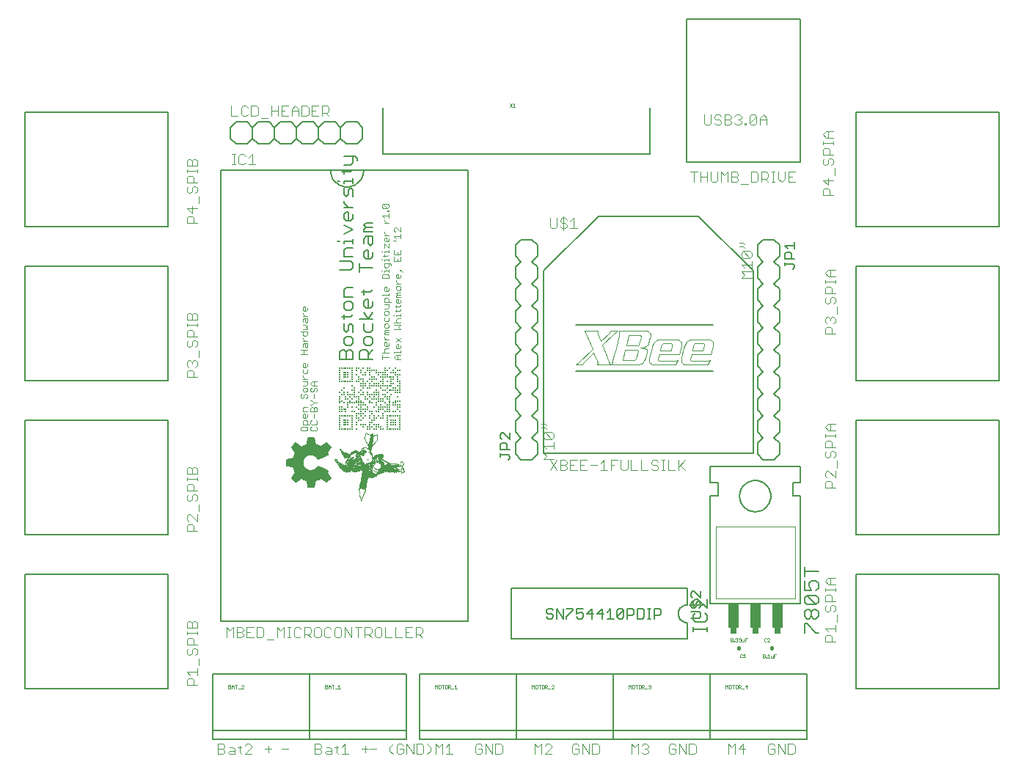
<source format=gto>
G75*
G70*
%OFA0B0*%
%FSLAX24Y24*%
%IPPOS*%
%LPD*%
%AMOC8*
5,1,8,0,0,1.08239X$1,22.5*
%
%ADD10C,0.0040*%
%ADD11C,0.0050*%
%ADD12C,0.0030*%
%ADD13R,0.0098X0.0098*%
%ADD14R,0.0020X0.0060*%
%ADD15R,0.0020X0.0020*%
%ADD16R,0.0020X0.0100*%
%ADD17R,0.0020X0.0040*%
%ADD18R,0.0020X0.0080*%
%ADD19R,0.0020X0.0120*%
%ADD20R,0.0020X0.0140*%
%ADD21R,0.0020X0.0200*%
%ADD22R,0.0020X0.0160*%
%ADD23R,0.0020X0.0180*%
%ADD24R,0.0020X0.0220*%
%ADD25R,0.0020X0.0360*%
%ADD26R,0.0020X0.0340*%
%ADD27R,0.0020X0.0320*%
%ADD28R,0.0020X0.0420*%
%ADD29R,0.0020X0.0440*%
%ADD30R,0.0020X0.0400*%
%ADD31R,0.0020X0.0380*%
%ADD32R,0.0020X0.0300*%
%ADD33R,0.0020X0.0460*%
%ADD34R,0.0020X0.0480*%
%ADD35R,0.0020X0.0520*%
%ADD36R,0.0020X0.0540*%
%ADD37R,0.0020X0.0260*%
%ADD38R,0.0020X0.0580*%
%ADD39R,0.0020X0.0800*%
%ADD40R,0.0020X0.0280*%
%ADD41R,0.0020X0.0240*%
%ADD42R,0.0020X0.0500*%
%ADD43R,0.0020X0.0620*%
%ADD44R,0.0020X0.0760*%
%ADD45R,0.0020X0.0840*%
%ADD46R,0.0020X0.0780*%
%ADD47R,0.0020X0.0680*%
%ADD48R,0.0020X0.0660*%
%ADD49R,0.0020X0.0880*%
%ADD50R,0.0020X0.1080*%
%ADD51R,0.0020X0.1180*%
%ADD52R,0.0020X0.1240*%
%ADD53R,0.0020X0.1200*%
%ADD54R,0.0020X0.1100*%
%ADD55R,0.0020X0.1060*%
%ADD56R,0.0020X0.1040*%
%ADD57R,0.0020X0.1020*%
%ADD58R,0.0020X0.0700*%
%ADD59R,0.0020X0.0600*%
%ADD60R,0.0020X0.0560*%
%ADD61C,0.0080*%
%ADD62C,0.0010*%
%ADD63C,0.0060*%
%ADD64C,0.0070*%
%ADD65C,0.0020*%
%ADD66R,0.0300X0.0250*%
%ADD67R,0.0500X0.1100*%
%ADD68C,0.0160*%
D10*
X007491Y003772D02*
X007491Y004003D01*
X007568Y004079D01*
X007721Y004079D01*
X007798Y004003D01*
X007798Y003772D01*
X007952Y003772D02*
X007491Y003772D01*
X007645Y004233D02*
X007491Y004386D01*
X007952Y004386D01*
X007952Y004233D02*
X007952Y004540D01*
X008028Y004693D02*
X008028Y005000D01*
X007875Y005154D02*
X007952Y005230D01*
X007952Y005384D01*
X007875Y005460D01*
X007798Y005460D01*
X007721Y005384D01*
X007721Y005230D01*
X007645Y005154D01*
X007568Y005154D01*
X007491Y005230D01*
X007491Y005384D01*
X007568Y005460D01*
X007491Y005614D02*
X007491Y005844D01*
X007568Y005921D01*
X007721Y005921D01*
X007798Y005844D01*
X007798Y005614D01*
X007952Y005614D02*
X007491Y005614D01*
X007491Y006074D02*
X007491Y006228D01*
X007491Y006151D02*
X007952Y006151D01*
X007952Y006074D02*
X007952Y006228D01*
X007952Y006381D02*
X007491Y006381D01*
X007491Y006611D01*
X007568Y006688D01*
X007645Y006688D01*
X007721Y006611D01*
X007721Y006381D01*
X007721Y006611D02*
X007798Y006688D01*
X007875Y006688D01*
X007952Y006611D01*
X007952Y006381D01*
X009292Y006402D02*
X009292Y005942D01*
X009599Y005942D02*
X009599Y006402D01*
X009445Y006249D01*
X009292Y006402D01*
X009752Y006402D02*
X009982Y006402D01*
X010059Y006325D01*
X010059Y006249D01*
X009982Y006172D01*
X009752Y006172D01*
X009752Y005942D02*
X009752Y006402D01*
X009982Y006172D02*
X010059Y006095D01*
X010059Y006018D01*
X009982Y005942D01*
X009752Y005942D01*
X010212Y005942D02*
X010519Y005942D01*
X010673Y005942D02*
X010903Y005942D01*
X010980Y006018D01*
X010980Y006325D01*
X010903Y006402D01*
X010673Y006402D01*
X010673Y005942D01*
X010366Y006172D02*
X010212Y006172D01*
X010212Y006402D02*
X010212Y005942D01*
X010212Y006402D02*
X010519Y006402D01*
X011133Y005865D02*
X011440Y005865D01*
X011593Y005942D02*
X011593Y006402D01*
X011747Y006249D01*
X011900Y006402D01*
X011900Y005942D01*
X012054Y005942D02*
X012207Y005942D01*
X012130Y005942D02*
X012130Y006402D01*
X012054Y006402D02*
X012207Y006402D01*
X012361Y006325D02*
X012437Y006402D01*
X012591Y006402D01*
X012668Y006325D01*
X012821Y006402D02*
X012821Y005942D01*
X012821Y006095D02*
X013051Y006095D01*
X013128Y006172D01*
X013128Y006325D01*
X013051Y006402D01*
X012821Y006402D01*
X012974Y006095D02*
X013128Y005942D01*
X013281Y006018D02*
X013358Y005942D01*
X013512Y005942D01*
X013588Y006018D01*
X013588Y006325D01*
X013512Y006402D01*
X013358Y006402D01*
X013281Y006325D01*
X013281Y006018D01*
X013742Y006018D02*
X013818Y005942D01*
X013972Y005942D01*
X014049Y006018D01*
X014202Y006018D02*
X014279Y005942D01*
X014432Y005942D01*
X014509Y006018D01*
X014509Y006325D01*
X014432Y006402D01*
X014279Y006402D01*
X014202Y006325D01*
X014202Y006018D01*
X014049Y006325D02*
X013972Y006402D01*
X013818Y006402D01*
X013742Y006325D01*
X013742Y006018D01*
X014662Y005942D02*
X014662Y006402D01*
X014969Y005942D01*
X014969Y006402D01*
X015123Y006402D02*
X015430Y006402D01*
X015583Y006402D02*
X015813Y006402D01*
X015890Y006325D01*
X015890Y006172D01*
X015813Y006095D01*
X015583Y006095D01*
X015583Y005942D02*
X015583Y006402D01*
X015276Y006402D02*
X015276Y005942D01*
X015737Y006095D02*
X015890Y005942D01*
X016044Y006018D02*
X016120Y005942D01*
X016274Y005942D01*
X016350Y006018D01*
X016350Y006325D01*
X016274Y006402D01*
X016120Y006402D01*
X016044Y006325D01*
X016044Y006018D01*
X016504Y005942D02*
X016811Y005942D01*
X016964Y005942D02*
X017271Y005942D01*
X017425Y005942D02*
X017731Y005942D01*
X017885Y005942D02*
X017885Y006402D01*
X018115Y006402D01*
X018192Y006325D01*
X018192Y006172D01*
X018115Y006095D01*
X017885Y006095D01*
X018038Y006095D02*
X018192Y005942D01*
X017578Y006172D02*
X017425Y006172D01*
X017425Y006402D02*
X017425Y005942D01*
X016964Y005942D02*
X016964Y006402D01*
X016504Y006402D02*
X016504Y005942D01*
X017425Y006402D02*
X017731Y006402D01*
X012668Y006018D02*
X012591Y005942D01*
X012437Y005942D01*
X012361Y006018D01*
X012361Y006325D01*
X007952Y010772D02*
X007491Y010772D01*
X007491Y011003D01*
X007568Y011079D01*
X007721Y011079D01*
X007798Y011003D01*
X007798Y010772D01*
X007952Y011233D02*
X007645Y011540D01*
X007568Y011540D01*
X007491Y011463D01*
X007491Y011310D01*
X007568Y011233D01*
X007952Y011233D02*
X007952Y011540D01*
X008028Y011693D02*
X008028Y012000D01*
X007875Y012154D02*
X007952Y012230D01*
X007952Y012384D01*
X007875Y012460D01*
X007798Y012460D01*
X007721Y012384D01*
X007721Y012230D01*
X007645Y012154D01*
X007568Y012154D01*
X007491Y012230D01*
X007491Y012384D01*
X007568Y012460D01*
X007491Y012614D02*
X007491Y012844D01*
X007568Y012921D01*
X007721Y012921D01*
X007798Y012844D01*
X007798Y012614D01*
X007952Y012614D02*
X007491Y012614D01*
X007491Y013074D02*
X007491Y013228D01*
X007491Y013151D02*
X007952Y013151D01*
X007952Y013074D02*
X007952Y013228D01*
X007952Y013381D02*
X007952Y013611D01*
X007875Y013688D01*
X007798Y013688D01*
X007721Y013611D01*
X007721Y013381D01*
X007491Y013381D02*
X007952Y013381D01*
X007721Y013611D02*
X007645Y013688D01*
X007568Y013688D01*
X007491Y013611D01*
X007491Y013381D01*
X007491Y017772D02*
X007491Y018003D01*
X007568Y018079D01*
X007721Y018079D01*
X007798Y018003D01*
X007798Y017772D01*
X007952Y017772D02*
X007491Y017772D01*
X007568Y018233D02*
X007491Y018310D01*
X007491Y018463D01*
X007568Y018540D01*
X007645Y018540D01*
X007721Y018463D01*
X007798Y018540D01*
X007875Y018540D01*
X007952Y018463D01*
X007952Y018310D01*
X007875Y018233D01*
X007721Y018386D02*
X007721Y018463D01*
X008028Y018693D02*
X008028Y019000D01*
X007875Y019154D02*
X007952Y019230D01*
X007952Y019384D01*
X007875Y019460D01*
X007798Y019460D01*
X007721Y019384D01*
X007721Y019230D01*
X007645Y019154D01*
X007568Y019154D01*
X007491Y019230D01*
X007491Y019384D01*
X007568Y019460D01*
X007491Y019614D02*
X007491Y019844D01*
X007568Y019921D01*
X007721Y019921D01*
X007798Y019844D01*
X007798Y019614D01*
X007952Y019614D02*
X007491Y019614D01*
X007491Y020074D02*
X007491Y020228D01*
X007491Y020151D02*
X007952Y020151D01*
X007952Y020074D02*
X007952Y020228D01*
X007952Y020381D02*
X007952Y020611D01*
X007875Y020688D01*
X007798Y020688D01*
X007721Y020611D01*
X007721Y020381D01*
X007491Y020381D02*
X007952Y020381D01*
X007721Y020611D02*
X007645Y020688D01*
X007568Y020688D01*
X007491Y020611D01*
X007491Y020381D01*
X007491Y024772D02*
X007491Y025003D01*
X007568Y025079D01*
X007721Y025079D01*
X007798Y025003D01*
X007798Y024772D01*
X007952Y024772D02*
X007491Y024772D01*
X007721Y025233D02*
X007491Y025463D01*
X007952Y025463D01*
X008028Y025693D02*
X008028Y026000D01*
X007875Y026154D02*
X007952Y026230D01*
X007952Y026384D01*
X007875Y026460D01*
X007798Y026460D01*
X007721Y026384D01*
X007721Y026230D01*
X007645Y026154D01*
X007568Y026154D01*
X007491Y026230D01*
X007491Y026384D01*
X007568Y026460D01*
X007491Y026614D02*
X007491Y026844D01*
X007568Y026921D01*
X007721Y026921D01*
X007798Y026844D01*
X007798Y026614D01*
X007952Y026614D02*
X007491Y026614D01*
X007491Y027074D02*
X007491Y027228D01*
X007491Y027151D02*
X007952Y027151D01*
X007952Y027074D02*
X007952Y027228D01*
X007952Y027381D02*
X007491Y027381D01*
X007491Y027611D01*
X007568Y027688D01*
X007645Y027688D01*
X007721Y027611D01*
X007721Y027381D01*
X007721Y027611D02*
X007798Y027688D01*
X007875Y027688D01*
X007952Y027611D01*
X007952Y027381D01*
X009542Y027442D02*
X009695Y027442D01*
X009618Y027442D02*
X009618Y027902D01*
X009542Y027902D02*
X009695Y027902D01*
X009849Y027825D02*
X009849Y027518D01*
X009925Y027442D01*
X010079Y027442D01*
X010155Y027518D01*
X010309Y027442D02*
X010616Y027442D01*
X010462Y027442D02*
X010462Y027902D01*
X010309Y027749D01*
X010155Y027825D02*
X010079Y027902D01*
X009925Y027902D01*
X009849Y027825D01*
X009799Y029642D02*
X009492Y029642D01*
X009492Y030102D01*
X009952Y030025D02*
X009952Y029718D01*
X010029Y029642D01*
X010182Y029642D01*
X010259Y029718D01*
X010412Y029642D02*
X010643Y029642D01*
X010719Y029718D01*
X010719Y030025D01*
X010643Y030102D01*
X010412Y030102D01*
X010412Y029642D01*
X010259Y030025D02*
X010182Y030102D01*
X010029Y030102D01*
X009952Y030025D01*
X010873Y029565D02*
X011180Y029565D01*
X011333Y029642D02*
X011333Y030102D01*
X011333Y029872D02*
X011640Y029872D01*
X011793Y029872D02*
X011947Y029872D01*
X012100Y030102D02*
X011793Y030102D01*
X011793Y029642D01*
X012100Y029642D01*
X012254Y029642D02*
X012254Y029949D01*
X012407Y030102D01*
X012561Y029949D01*
X012561Y029642D01*
X012714Y029642D02*
X012944Y029642D01*
X013021Y029718D01*
X013021Y030025D01*
X012944Y030102D01*
X012714Y030102D01*
X012714Y029642D01*
X012561Y029872D02*
X012254Y029872D01*
X011640Y030102D02*
X011640Y029642D01*
X013174Y029642D02*
X013481Y029642D01*
X013635Y029642D02*
X013635Y030102D01*
X013865Y030102D01*
X013942Y030025D01*
X013942Y029872D01*
X013865Y029795D01*
X013635Y029795D01*
X013788Y029795D02*
X013942Y029642D01*
X013481Y030102D02*
X013174Y030102D01*
X013174Y029642D01*
X013174Y029872D02*
X013328Y029872D01*
X007721Y025540D02*
X007721Y025233D01*
X023992Y025002D02*
X023992Y024618D01*
X024068Y024542D01*
X024222Y024542D01*
X024299Y024618D01*
X024299Y025002D01*
X024452Y024925D02*
X024529Y025002D01*
X024682Y025002D01*
X024759Y024925D01*
X024912Y024849D02*
X025066Y025002D01*
X025066Y024542D01*
X025219Y024542D02*
X024912Y024542D01*
X024759Y024618D02*
X024759Y024695D01*
X024682Y024772D01*
X024529Y024772D01*
X024452Y024849D01*
X024452Y024925D01*
X024605Y025079D02*
X024605Y024465D01*
X024529Y024542D02*
X024682Y024542D01*
X024759Y024618D01*
X024529Y024542D02*
X024452Y024618D01*
X025555Y019877D02*
X025615Y019817D01*
X025928Y019055D01*
X025292Y018457D01*
X025155Y018358D01*
X025478Y018358D01*
X025528Y018446D01*
X025983Y018890D01*
X026158Y018457D01*
X026158Y018419D01*
X026125Y018358D01*
X028028Y018358D01*
X028132Y018391D01*
X028198Y018424D01*
X028280Y018517D01*
X028291Y018583D01*
X028329Y018643D01*
X028389Y018885D01*
X028389Y019033D01*
X028384Y019044D01*
X028269Y019098D01*
X028110Y019120D01*
X028219Y019120D01*
X028307Y019142D01*
X028373Y019170D01*
X028455Y019252D01*
X028477Y019307D01*
X028543Y019581D01*
X028559Y019625D01*
X028559Y019718D01*
X028537Y019773D01*
X028505Y019833D01*
X028461Y019861D01*
X028395Y019877D01*
X027150Y019877D01*
X027150Y019767D01*
X027128Y019669D01*
X026986Y019088D01*
X026909Y018775D01*
X026843Y018528D01*
X026800Y018397D01*
X026767Y018364D01*
X026750Y018364D01*
X026662Y018484D01*
X026355Y019241D01*
X026871Y019723D01*
X026948Y019789D01*
X027002Y019828D01*
X027074Y019877D01*
X026728Y019877D01*
X026723Y019855D01*
X026706Y019822D01*
X026684Y019795D01*
X026295Y019411D01*
X026158Y019756D01*
X026158Y019784D01*
X026142Y019811D01*
X026158Y019844D01*
X026158Y019877D01*
X025555Y019877D01*
X027452Y019225D02*
X027567Y019691D01*
X028071Y019691D01*
X028121Y019663D01*
X028126Y019575D01*
X028049Y019285D01*
X028033Y019246D01*
X028000Y019225D01*
X027452Y019225D01*
X027414Y019027D02*
X027287Y018545D01*
X027819Y018545D01*
X027841Y018556D01*
X027880Y018600D01*
X027901Y018632D01*
X027984Y018956D01*
X027984Y018972D01*
X027956Y019011D01*
X027912Y019027D01*
X027414Y019027D01*
X028510Y018643D02*
X028620Y019131D01*
X028636Y019192D01*
X028702Y019323D01*
X028751Y019395D01*
X028839Y019449D01*
X028905Y019471D01*
X028938Y019477D01*
X029798Y019477D01*
X029859Y019455D01*
X029930Y019400D01*
X029952Y019378D01*
X029952Y019186D01*
X029859Y018808D01*
X028960Y018808D01*
X028916Y018621D01*
X028905Y018589D01*
X028910Y018550D01*
X028932Y018534D01*
X029722Y018534D01*
X029793Y018545D01*
X029716Y018358D01*
X028631Y018358D01*
X028587Y018369D01*
X028543Y018402D01*
X028515Y018441D01*
X028499Y018501D01*
X028499Y018556D01*
X028510Y018643D01*
X029009Y018983D02*
X029047Y019208D01*
X029064Y019252D01*
X029086Y019290D01*
X029119Y019307D01*
X029508Y019307D01*
X029530Y019301D01*
X029546Y019285D01*
X029546Y019214D01*
X029486Y018978D01*
X029014Y018978D01*
X029009Y018983D01*
X029968Y018643D02*
X030078Y019131D01*
X030094Y019192D01*
X030160Y019323D01*
X030209Y019395D01*
X030297Y019449D01*
X030363Y019471D01*
X030396Y019477D01*
X031257Y019477D01*
X031317Y019455D01*
X031388Y019400D01*
X031410Y019378D01*
X031410Y019186D01*
X031317Y018808D01*
X030418Y018808D01*
X030374Y018621D01*
X030363Y018589D01*
X030368Y018550D01*
X030390Y018534D01*
X031180Y018534D01*
X031251Y018545D01*
X031174Y018358D01*
X030089Y018358D01*
X030045Y018369D01*
X030001Y018402D01*
X029974Y018441D01*
X029957Y018501D01*
X029957Y018556D01*
X029968Y018643D01*
X030467Y018983D02*
X030473Y018978D01*
X030944Y018978D01*
X031004Y019214D01*
X031004Y019285D01*
X030988Y019301D01*
X030966Y019307D01*
X030577Y019307D01*
X030544Y019290D01*
X030522Y019252D01*
X030506Y019208D01*
X030467Y018983D01*
X032691Y022277D02*
X032845Y022430D01*
X032691Y022584D01*
X033152Y022584D01*
X033152Y022737D02*
X033152Y023044D01*
X033152Y022891D02*
X032691Y022891D01*
X032845Y022737D01*
X032768Y023198D02*
X032691Y023274D01*
X032691Y023428D01*
X032768Y023505D01*
X033075Y023198D01*
X033152Y023274D01*
X033152Y023428D01*
X033075Y023505D01*
X032768Y023505D01*
X032845Y023658D02*
X032768Y023735D01*
X032615Y023735D01*
X032615Y023888D02*
X032768Y023888D01*
X032845Y023811D01*
X032768Y023198D02*
X033075Y023198D01*
X033152Y022277D02*
X032691Y022277D01*
X036491Y022197D02*
X036491Y022044D01*
X036491Y022120D02*
X036952Y022120D01*
X036952Y022044D02*
X036952Y022197D01*
X036952Y022350D02*
X036645Y022350D01*
X036491Y022504D01*
X036645Y022657D01*
X036952Y022657D01*
X036721Y022657D02*
X036721Y022350D01*
X036721Y021890D02*
X036798Y021813D01*
X036798Y021583D01*
X036798Y021430D02*
X036875Y021430D01*
X036952Y021353D01*
X036952Y021199D01*
X036875Y021123D01*
X036721Y021199D02*
X036721Y021353D01*
X036798Y021430D01*
X036952Y021583D02*
X036491Y021583D01*
X036491Y021813D01*
X036568Y021890D01*
X036721Y021890D01*
X036568Y021430D02*
X036491Y021353D01*
X036491Y021199D01*
X036568Y021123D01*
X036645Y021123D01*
X036721Y021199D01*
X037028Y020969D02*
X037028Y020662D01*
X036875Y020509D02*
X036952Y020432D01*
X036952Y020279D01*
X036875Y020202D01*
X036721Y020049D02*
X036798Y019972D01*
X036798Y019742D01*
X036952Y019742D02*
X036491Y019742D01*
X036491Y019972D01*
X036568Y020049D01*
X036721Y020049D01*
X036568Y020202D02*
X036491Y020279D01*
X036491Y020432D01*
X036568Y020509D01*
X036645Y020509D01*
X036721Y020432D01*
X036798Y020509D01*
X036875Y020509D01*
X036721Y020432D02*
X036721Y020356D01*
X036721Y015657D02*
X036721Y015350D01*
X036645Y015350D02*
X036491Y015504D01*
X036645Y015657D01*
X036952Y015657D01*
X036952Y015350D02*
X036645Y015350D01*
X036491Y015197D02*
X036491Y015044D01*
X036491Y015120D02*
X036952Y015120D01*
X036952Y015044D02*
X036952Y015197D01*
X036721Y014890D02*
X036798Y014813D01*
X036798Y014583D01*
X036798Y014430D02*
X036875Y014430D01*
X036952Y014353D01*
X036952Y014199D01*
X036875Y014123D01*
X036721Y014199D02*
X036645Y014123D01*
X036568Y014123D01*
X036491Y014199D01*
X036491Y014353D01*
X036568Y014430D01*
X036491Y014583D02*
X036491Y014813D01*
X036568Y014890D01*
X036721Y014890D01*
X036491Y014583D02*
X036952Y014583D01*
X036798Y014430D02*
X036721Y014353D01*
X036721Y014199D01*
X037028Y013969D02*
X037028Y013662D01*
X036952Y013509D02*
X036952Y013202D01*
X036645Y013509D01*
X036568Y013509D01*
X036491Y013432D01*
X036491Y013279D01*
X036568Y013202D01*
X036568Y013049D02*
X036491Y012972D01*
X036491Y012742D01*
X036952Y012742D01*
X036798Y012742D02*
X036798Y012972D01*
X036721Y013049D01*
X036568Y013049D01*
X036645Y008657D02*
X036491Y008504D01*
X036645Y008350D01*
X036952Y008350D01*
X036952Y008197D02*
X036952Y008044D01*
X036952Y008120D02*
X036491Y008120D01*
X036491Y008044D02*
X036491Y008197D01*
X036721Y008350D02*
X036721Y008657D01*
X036645Y008657D02*
X036952Y008657D01*
X036721Y007890D02*
X036798Y007813D01*
X036798Y007583D01*
X036798Y007430D02*
X036875Y007430D01*
X036952Y007353D01*
X036952Y007199D01*
X036875Y007123D01*
X036721Y007199D02*
X036721Y007353D01*
X036798Y007430D01*
X036952Y007583D02*
X036491Y007583D01*
X036491Y007813D01*
X036568Y007890D01*
X036721Y007890D01*
X036568Y007430D02*
X036491Y007353D01*
X036491Y007199D01*
X036568Y007123D01*
X036645Y007123D01*
X036721Y007199D01*
X037028Y006969D02*
X037028Y006662D01*
X036952Y006509D02*
X036952Y006202D01*
X036952Y006356D02*
X036491Y006356D01*
X036645Y006202D01*
X036721Y006049D02*
X036798Y005972D01*
X036798Y005742D01*
X036952Y005742D02*
X036491Y005742D01*
X036491Y005972D01*
X036568Y006049D01*
X036721Y006049D01*
X035043Y001102D02*
X034812Y001102D01*
X034812Y000642D01*
X035043Y000642D01*
X035119Y000718D01*
X035119Y001025D01*
X035043Y001102D01*
X034659Y001102D02*
X034659Y000642D01*
X034352Y001102D01*
X034352Y000642D01*
X034199Y000718D02*
X034199Y000872D01*
X034045Y000872D01*
X033892Y001025D02*
X033892Y000718D01*
X033968Y000642D01*
X034122Y000642D01*
X034199Y000718D01*
X034199Y001025D02*
X034122Y001102D01*
X033968Y001102D01*
X033892Y001025D01*
X032859Y000872D02*
X032552Y000872D01*
X032782Y001102D01*
X032782Y000642D01*
X032399Y000642D02*
X032399Y001102D01*
X032245Y000949D01*
X032092Y001102D01*
X032092Y000642D01*
X030619Y000718D02*
X030543Y000642D01*
X030312Y000642D01*
X030312Y001102D01*
X030543Y001102D01*
X030619Y001025D01*
X030619Y000718D01*
X030159Y000642D02*
X030159Y001102D01*
X029852Y001102D02*
X030159Y000642D01*
X029852Y000642D02*
X029852Y001102D01*
X029699Y001025D02*
X029622Y001102D01*
X029468Y001102D01*
X029392Y001025D01*
X029392Y000718D01*
X029468Y000642D01*
X029622Y000642D01*
X029699Y000718D01*
X029699Y000872D01*
X029545Y000872D01*
X028459Y000795D02*
X028459Y000718D01*
X028382Y000642D01*
X028229Y000642D01*
X028152Y000718D01*
X027999Y000642D02*
X027999Y001102D01*
X027845Y000949D01*
X027692Y001102D01*
X027692Y000642D01*
X028152Y001025D02*
X028229Y001102D01*
X028382Y001102D01*
X028459Y001025D01*
X028459Y000949D01*
X028382Y000872D01*
X028459Y000795D01*
X028382Y000872D02*
X028305Y000872D01*
X026219Y001025D02*
X026143Y001102D01*
X025912Y001102D01*
X025912Y000642D01*
X026143Y000642D01*
X026219Y000718D01*
X026219Y001025D01*
X025759Y001102D02*
X025759Y000642D01*
X025452Y001102D01*
X025452Y000642D01*
X025299Y000718D02*
X025299Y000872D01*
X025145Y000872D01*
X024992Y001025D02*
X024992Y000718D01*
X025068Y000642D01*
X025222Y000642D01*
X025299Y000718D01*
X025299Y001025D02*
X025222Y001102D01*
X025068Y001102D01*
X024992Y001025D01*
X024059Y001025D02*
X023982Y001102D01*
X023829Y001102D01*
X023752Y001025D01*
X023599Y001102D02*
X023599Y000642D01*
X023752Y000642D02*
X024059Y000949D01*
X024059Y001025D01*
X024059Y000642D02*
X023752Y000642D01*
X023445Y000949D02*
X023599Y001102D01*
X023445Y000949D02*
X023292Y001102D01*
X023292Y000642D01*
X021819Y000718D02*
X021743Y000642D01*
X021512Y000642D01*
X021512Y001102D01*
X021743Y001102D01*
X021819Y001025D01*
X021819Y000718D01*
X021359Y000642D02*
X021359Y001102D01*
X021052Y001102D02*
X021359Y000642D01*
X021052Y000642D02*
X021052Y001102D01*
X020899Y001025D02*
X020822Y001102D01*
X020668Y001102D01*
X020592Y001025D01*
X020592Y000718D01*
X020668Y000642D01*
X020822Y000642D01*
X020899Y000718D01*
X020899Y000872D01*
X020745Y000872D01*
X019559Y000642D02*
X019252Y000642D01*
X019405Y000642D02*
X019405Y001102D01*
X019252Y000949D01*
X019099Y001102D02*
X019099Y000642D01*
X018792Y000642D02*
X018792Y001102D01*
X018945Y000949D01*
X019099Y001102D01*
X018554Y000949D02*
X018400Y001102D01*
X018247Y001025D02*
X018170Y001102D01*
X017940Y001102D01*
X017940Y000642D01*
X018170Y000642D01*
X018247Y000718D01*
X018247Y001025D01*
X018554Y000949D02*
X018554Y000795D01*
X018400Y000642D01*
X017786Y000642D02*
X017786Y001102D01*
X017480Y001102D02*
X017786Y000642D01*
X017480Y000642D02*
X017480Y001102D01*
X017326Y001025D02*
X017249Y001102D01*
X017096Y001102D01*
X017019Y001025D01*
X017019Y000718D01*
X017096Y000642D01*
X017249Y000642D01*
X017326Y000718D01*
X017326Y000872D01*
X017173Y000872D01*
X016866Y001102D02*
X016712Y000949D01*
X016712Y000795D01*
X016866Y000642D01*
X016099Y000872D02*
X015792Y000872D01*
X015747Y000872D02*
X015440Y000872D01*
X015593Y001025D02*
X015593Y000718D01*
X014826Y000642D02*
X014519Y000642D01*
X014366Y000642D02*
X014289Y000718D01*
X014289Y001025D01*
X014212Y000949D02*
X014366Y000949D01*
X014519Y000949D02*
X014673Y001102D01*
X014673Y000642D01*
X014059Y000642D02*
X014059Y000872D01*
X013982Y000949D01*
X013829Y000949D01*
X013829Y000795D02*
X014059Y000795D01*
X014059Y000642D02*
X013829Y000642D01*
X013752Y000718D01*
X013829Y000795D01*
X013599Y000795D02*
X013599Y000718D01*
X013522Y000642D01*
X013292Y000642D01*
X013292Y001102D01*
X013522Y001102D01*
X013599Y001025D01*
X013599Y000949D01*
X013522Y000872D01*
X013292Y000872D01*
X013522Y000872D02*
X013599Y000795D01*
X012099Y000872D02*
X011792Y000872D01*
X011347Y000872D02*
X011040Y000872D01*
X011193Y001025D02*
X011193Y000718D01*
X010426Y000642D02*
X010119Y000642D01*
X010426Y000949D01*
X010426Y001025D01*
X010349Y001102D01*
X010196Y001102D01*
X010119Y001025D01*
X009966Y000949D02*
X009812Y000949D01*
X009889Y001025D02*
X009889Y000718D01*
X009966Y000642D01*
X009659Y000642D02*
X009659Y000872D01*
X009582Y000949D01*
X009429Y000949D01*
X009429Y000795D02*
X009659Y000795D01*
X009659Y000642D02*
X009429Y000642D01*
X009352Y000718D01*
X009429Y000795D01*
X009199Y000795D02*
X009199Y000718D01*
X009122Y000642D01*
X008892Y000642D01*
X008892Y001102D01*
X009122Y001102D01*
X009199Y001025D01*
X009199Y000949D01*
X009122Y000872D01*
X008892Y000872D01*
X009122Y000872D02*
X009199Y000795D01*
X023992Y013542D02*
X024299Y014002D01*
X024152Y014042D02*
X023691Y014042D01*
X023845Y014195D01*
X023691Y014349D01*
X024152Y014349D01*
X024152Y014502D02*
X024152Y014809D01*
X024152Y014656D02*
X023691Y014656D01*
X023845Y014502D01*
X023992Y014002D02*
X024299Y013542D01*
X024452Y013542D02*
X024682Y013542D01*
X024759Y013618D01*
X024759Y013695D01*
X024682Y013772D01*
X024452Y013772D01*
X024452Y013542D02*
X024452Y014002D01*
X024682Y014002D01*
X024759Y013925D01*
X024759Y013849D01*
X024682Y013772D01*
X024912Y013772D02*
X025066Y013772D01*
X025219Y014002D02*
X024912Y014002D01*
X024912Y013542D01*
X025219Y013542D01*
X025373Y013542D02*
X025680Y013542D01*
X025833Y013772D02*
X026140Y013772D01*
X026293Y013849D02*
X026447Y014002D01*
X026447Y013542D01*
X026600Y013542D02*
X026293Y013542D01*
X026754Y013542D02*
X026754Y014002D01*
X027061Y014002D01*
X027214Y014002D02*
X027214Y013618D01*
X027291Y013542D01*
X027444Y013542D01*
X027521Y013618D01*
X027521Y014002D01*
X027674Y014002D02*
X027674Y013542D01*
X027981Y013542D01*
X028135Y013542D02*
X028135Y014002D01*
X028135Y013542D02*
X028442Y013542D01*
X028595Y013618D02*
X028672Y013542D01*
X028825Y013542D01*
X028902Y013618D01*
X028902Y013695D01*
X028825Y013772D01*
X028672Y013772D01*
X028595Y013849D01*
X028595Y013925D01*
X028672Y014002D01*
X028825Y014002D01*
X028902Y013925D01*
X029056Y014002D02*
X029209Y014002D01*
X029132Y014002D02*
X029132Y013542D01*
X029056Y013542D02*
X029209Y013542D01*
X029362Y013542D02*
X029669Y013542D01*
X029823Y013542D02*
X029823Y014002D01*
X029899Y013772D02*
X030130Y013542D01*
X029823Y013695D02*
X030130Y014002D01*
X029362Y014002D02*
X029362Y013542D01*
X026907Y013772D02*
X026754Y013772D01*
X025680Y014002D02*
X025373Y014002D01*
X025373Y013542D01*
X025373Y013772D02*
X025526Y013772D01*
X024152Y015039D02*
X024075Y014962D01*
X023768Y015269D01*
X024075Y015269D01*
X024152Y015193D01*
X024152Y015039D01*
X024075Y014962D02*
X023768Y014962D01*
X023691Y015039D01*
X023691Y015193D01*
X023768Y015269D01*
X023845Y015423D02*
X023768Y015499D01*
X023615Y015499D01*
X023615Y015653D02*
X023768Y015653D01*
X023845Y015576D01*
X036391Y026042D02*
X036391Y026272D01*
X036468Y026349D01*
X036621Y026349D01*
X036698Y026272D01*
X036698Y026042D01*
X036852Y026042D02*
X036391Y026042D01*
X036621Y026502D02*
X036621Y026809D01*
X036391Y026732D02*
X036852Y026732D01*
X036928Y026962D02*
X036928Y027269D01*
X036775Y027423D02*
X036852Y027499D01*
X036852Y027653D01*
X036775Y027730D01*
X036698Y027730D01*
X036621Y027653D01*
X036621Y027499D01*
X036545Y027423D01*
X036468Y027423D01*
X036391Y027499D01*
X036391Y027653D01*
X036468Y027730D01*
X036391Y027883D02*
X036391Y028113D01*
X036468Y028190D01*
X036621Y028190D01*
X036698Y028113D01*
X036698Y027883D01*
X036852Y027883D02*
X036391Y027883D01*
X036391Y028344D02*
X036391Y028497D01*
X036391Y028420D02*
X036852Y028420D01*
X036852Y028344D02*
X036852Y028497D01*
X036852Y028650D02*
X036545Y028650D01*
X036391Y028804D01*
X036545Y028957D01*
X036852Y028957D01*
X036621Y028957D02*
X036621Y028650D01*
X035138Y027102D02*
X034831Y027102D01*
X034831Y026642D01*
X035138Y026642D01*
X034984Y026872D02*
X034831Y026872D01*
X034677Y026795D02*
X034677Y027102D01*
X034371Y027102D02*
X034371Y026795D01*
X034524Y026642D01*
X034677Y026795D01*
X034217Y026642D02*
X034064Y026642D01*
X034140Y026642D02*
X034140Y027102D01*
X034064Y027102D02*
X034217Y027102D01*
X033910Y027025D02*
X033910Y026872D01*
X033833Y026795D01*
X033603Y026795D01*
X033603Y026642D02*
X033603Y027102D01*
X033833Y027102D01*
X033910Y027025D01*
X033757Y026795D02*
X033910Y026642D01*
X033450Y026718D02*
X033450Y027025D01*
X033373Y027102D01*
X033143Y027102D01*
X033143Y026642D01*
X033373Y026642D01*
X033450Y026718D01*
X032989Y026565D02*
X032683Y026565D01*
X032529Y026718D02*
X032452Y026642D01*
X032222Y026642D01*
X032222Y027102D01*
X032452Y027102D01*
X032529Y027025D01*
X032529Y026949D01*
X032452Y026872D01*
X032222Y026872D01*
X032452Y026872D02*
X032529Y026795D01*
X032529Y026718D01*
X032069Y026642D02*
X032069Y027102D01*
X031915Y026949D01*
X031762Y027102D01*
X031762Y026642D01*
X031608Y026718D02*
X031608Y027102D01*
X031302Y027102D02*
X031302Y026718D01*
X031378Y026642D01*
X031532Y026642D01*
X031608Y026718D01*
X031148Y026642D02*
X031148Y027102D01*
X031148Y026872D02*
X030841Y026872D01*
X030841Y026642D02*
X030841Y027102D01*
X030688Y027102D02*
X030381Y027102D01*
X030534Y027102D02*
X030534Y026642D01*
X031076Y029242D02*
X031229Y029242D01*
X031306Y029318D01*
X031306Y029702D01*
X031459Y029625D02*
X031459Y029549D01*
X031536Y029472D01*
X031690Y029472D01*
X031766Y029395D01*
X031766Y029318D01*
X031690Y029242D01*
X031536Y029242D01*
X031459Y029318D01*
X031459Y029625D02*
X031536Y029702D01*
X031690Y029702D01*
X031766Y029625D01*
X031920Y029702D02*
X032150Y029702D01*
X032227Y029625D01*
X032227Y029549D01*
X032150Y029472D01*
X031920Y029472D01*
X032150Y029472D02*
X032227Y029395D01*
X032227Y029318D01*
X032150Y029242D01*
X031920Y029242D01*
X031920Y029702D01*
X032380Y029625D02*
X032457Y029702D01*
X032610Y029702D01*
X032687Y029625D01*
X032687Y029549D01*
X032610Y029472D01*
X032687Y029395D01*
X032687Y029318D01*
X032610Y029242D01*
X032457Y029242D01*
X032380Y029318D01*
X032534Y029472D02*
X032610Y029472D01*
X032841Y029318D02*
X032917Y029318D01*
X032917Y029242D01*
X032841Y029242D01*
X032841Y029318D01*
X033071Y029318D02*
X033378Y029625D01*
X033378Y029318D01*
X033301Y029242D01*
X033147Y029242D01*
X033071Y029318D01*
X033071Y029625D01*
X033147Y029702D01*
X033301Y029702D01*
X033378Y029625D01*
X033531Y029549D02*
X033531Y029242D01*
X033531Y029472D02*
X033838Y029472D01*
X033838Y029549D02*
X033838Y029242D01*
X033838Y029549D02*
X033684Y029702D01*
X033531Y029549D01*
X031076Y029242D02*
X030999Y029318D01*
X030999Y029702D01*
X036391Y026732D02*
X036621Y026502D01*
D11*
X006630Y003635D02*
X000134Y003635D01*
X000134Y008808D01*
X006630Y008808D01*
X006630Y003635D01*
X009022Y006672D02*
X020272Y006672D01*
X020272Y027172D01*
X015522Y027172D01*
X014022Y027172D01*
X009022Y027172D01*
X009022Y006672D01*
X006630Y010635D02*
X000134Y010635D01*
X000134Y015808D01*
X006630Y015808D01*
X006630Y010635D01*
X006630Y017635D02*
X000134Y017635D01*
X000134Y022808D01*
X006630Y022808D01*
X006630Y017635D01*
X014436Y018597D02*
X014436Y018902D01*
X014538Y019004D01*
X014640Y019004D01*
X014741Y018902D01*
X014741Y018597D01*
X014436Y018597D02*
X015047Y018597D01*
X015047Y018902D01*
X014945Y019004D01*
X014843Y019004D01*
X014741Y018902D01*
X014741Y019204D02*
X014640Y019306D01*
X014640Y019510D01*
X014741Y019611D01*
X014945Y019611D01*
X015047Y019510D01*
X015047Y019306D01*
X014945Y019204D01*
X014741Y019204D01*
X014741Y019812D02*
X014640Y019914D01*
X014640Y020219D01*
X014640Y020420D02*
X014640Y020623D01*
X014538Y020522D02*
X014945Y020522D01*
X015047Y020623D01*
X014945Y020825D02*
X015047Y020927D01*
X015047Y021130D01*
X014945Y021232D01*
X014741Y021232D01*
X014640Y021130D01*
X014640Y020927D01*
X014741Y020825D01*
X014945Y020825D01*
X015336Y020420D02*
X015947Y020420D01*
X015947Y020219D02*
X015947Y019914D01*
X015845Y019812D01*
X015641Y019812D01*
X015540Y019914D01*
X015540Y020219D01*
X015743Y020420D02*
X015540Y020725D01*
X015641Y020926D02*
X015540Y021028D01*
X015540Y021232D01*
X015641Y021333D01*
X015743Y021333D01*
X015743Y020926D01*
X015845Y020926D02*
X015641Y020926D01*
X015845Y020926D02*
X015947Y021028D01*
X015947Y021232D01*
X015947Y020725D02*
X015743Y020420D01*
X015047Y020117D02*
X015047Y019812D01*
X014843Y019914D02*
X014741Y019812D01*
X014843Y019914D02*
X014843Y020117D01*
X014945Y020219D01*
X015047Y020117D01*
X015641Y019611D02*
X015540Y019510D01*
X015540Y019306D01*
X015641Y019204D01*
X015845Y019204D01*
X015947Y019306D01*
X015947Y019510D01*
X015845Y019611D01*
X015641Y019611D01*
X015641Y019004D02*
X015438Y019004D01*
X015336Y018902D01*
X015336Y018597D01*
X015947Y018597D01*
X015743Y018597D02*
X015743Y018902D01*
X015641Y019004D01*
X015743Y018800D02*
X015947Y019004D01*
X015540Y021534D02*
X015540Y021738D01*
X015438Y021636D02*
X015845Y021636D01*
X015947Y021738D01*
X015047Y021840D02*
X014741Y021840D01*
X014640Y021738D01*
X014640Y021433D01*
X015047Y021433D01*
X015336Y022547D02*
X015336Y022954D01*
X015336Y022750D02*
X015947Y022750D01*
X015845Y023155D02*
X015641Y023155D01*
X015540Y023256D01*
X015540Y023460D01*
X015641Y023562D01*
X015743Y023562D01*
X015743Y023155D01*
X015845Y023155D02*
X015947Y023256D01*
X015947Y023460D01*
X015845Y023762D02*
X015743Y023864D01*
X015743Y024169D01*
X015641Y024169D02*
X015947Y024169D01*
X015947Y023864D01*
X015845Y023762D01*
X015540Y023864D02*
X015540Y024068D01*
X015641Y024169D01*
X015540Y024370D02*
X015947Y024370D01*
X015947Y024574D02*
X015641Y024574D01*
X015540Y024675D01*
X015641Y024777D01*
X015947Y024777D01*
X015641Y024574D02*
X015540Y024472D01*
X015540Y024370D01*
X015047Y024472D02*
X014640Y024676D01*
X014741Y024876D02*
X014640Y024978D01*
X014640Y025182D01*
X014741Y025283D01*
X014843Y025283D01*
X014843Y024876D01*
X014945Y024876D02*
X014741Y024876D01*
X014945Y024876D02*
X015047Y024978D01*
X015047Y025182D01*
X015047Y025484D02*
X014640Y025484D01*
X014843Y025484D02*
X014640Y025688D01*
X014640Y025789D01*
X014741Y025991D02*
X014640Y026092D01*
X014640Y026398D01*
X014640Y026598D02*
X014640Y026700D01*
X015047Y026700D01*
X015047Y026598D02*
X015047Y026802D01*
X014945Y027105D02*
X014538Y027105D01*
X014640Y027003D02*
X014640Y027207D01*
X014022Y027172D02*
X014024Y027118D01*
X014030Y027065D01*
X014039Y027013D01*
X014052Y026961D01*
X014069Y026910D01*
X014090Y026860D01*
X014114Y026813D01*
X014141Y026767D01*
X014172Y026723D01*
X014205Y026681D01*
X014242Y026642D01*
X014281Y026605D01*
X014323Y026572D01*
X014367Y026541D01*
X014413Y026514D01*
X014460Y026490D01*
X014510Y026469D01*
X014561Y026452D01*
X014613Y026439D01*
X014665Y026430D01*
X014718Y026424D01*
X014772Y026422D01*
X014826Y026424D01*
X014879Y026430D01*
X014931Y026439D01*
X014983Y026452D01*
X015034Y026469D01*
X015084Y026490D01*
X015131Y026514D01*
X015177Y026541D01*
X015221Y026572D01*
X015263Y026605D01*
X015302Y026642D01*
X015339Y026681D01*
X015372Y026723D01*
X015403Y026767D01*
X015430Y026813D01*
X015454Y026860D01*
X015475Y026910D01*
X015492Y026961D01*
X015505Y027013D01*
X015514Y027065D01*
X015520Y027118D01*
X015522Y027172D01*
X015047Y027207D02*
X014945Y027105D01*
X014945Y027409D02*
X014640Y027409D01*
X014945Y027409D02*
X015047Y027510D01*
X015047Y027816D01*
X015148Y027816D02*
X014640Y027816D01*
X015148Y027816D02*
X015250Y027714D01*
X015250Y027612D01*
X014436Y026700D02*
X014334Y026700D01*
X014843Y026296D02*
X014843Y026092D01*
X014741Y025991D01*
X015047Y025991D02*
X015047Y026296D01*
X014945Y026398D01*
X014843Y026296D01*
X015047Y024472D02*
X014640Y024269D01*
X014640Y023965D02*
X015047Y023965D01*
X015047Y023864D02*
X015047Y024067D01*
X015047Y023663D02*
X014741Y023663D01*
X014640Y023561D01*
X014640Y023256D01*
X015047Y023256D01*
X014945Y023055D02*
X014436Y023055D01*
X014945Y023055D02*
X015047Y022953D01*
X015047Y022750D01*
X014945Y022648D01*
X014436Y022648D01*
X014640Y023864D02*
X014640Y023965D01*
X014436Y023965D02*
X014334Y023965D01*
X006630Y024635D02*
X000134Y024635D01*
X000134Y029808D01*
X006630Y029808D01*
X006630Y024635D01*
X021726Y015163D02*
X021726Y015012D01*
X021801Y014937D01*
X021801Y014777D02*
X021951Y014777D01*
X022027Y014702D01*
X022027Y014477D01*
X022177Y014477D02*
X021726Y014477D01*
X021726Y014702D01*
X021801Y014777D01*
X021726Y015163D02*
X021801Y015238D01*
X021876Y015238D01*
X022177Y014937D01*
X022177Y015238D01*
X022102Y014242D02*
X021726Y014242D01*
X021726Y014167D02*
X021726Y014317D01*
X022102Y014242D02*
X022177Y014167D01*
X022177Y014092D01*
X022102Y014017D01*
X023900Y007247D02*
X023825Y007172D01*
X023825Y007097D01*
X023900Y007022D01*
X024051Y007022D01*
X024126Y006947D01*
X024126Y006872D01*
X024051Y006797D01*
X023900Y006797D01*
X023825Y006872D01*
X023900Y007247D02*
X024051Y007247D01*
X024126Y007172D01*
X024286Y007247D02*
X024586Y006797D01*
X024586Y007247D01*
X024746Y007247D02*
X025046Y007247D01*
X025046Y007172D01*
X024746Y006872D01*
X024746Y006797D01*
X024286Y006797D02*
X024286Y007247D01*
X025206Y007247D02*
X025206Y007022D01*
X025357Y007097D01*
X025432Y007097D01*
X025507Y007022D01*
X025507Y006872D01*
X025432Y006797D01*
X025282Y006797D01*
X025206Y006872D01*
X025206Y007247D02*
X025507Y007247D01*
X025667Y007022D02*
X025967Y007022D01*
X026127Y007022D02*
X026427Y007022D01*
X026588Y007097D02*
X026738Y007247D01*
X026738Y006797D01*
X026588Y006797D02*
X026888Y006797D01*
X027048Y006872D02*
X027348Y007172D01*
X027348Y006872D01*
X027273Y006797D01*
X027123Y006797D01*
X027048Y006872D01*
X027048Y007172D01*
X027123Y007247D01*
X027273Y007247D01*
X027348Y007172D01*
X027508Y007247D02*
X027733Y007247D01*
X027809Y007172D01*
X027809Y007022D01*
X027733Y006947D01*
X027508Y006947D01*
X027508Y006797D02*
X027508Y007247D01*
X027969Y007247D02*
X027969Y006797D01*
X028194Y006797D01*
X028269Y006872D01*
X028269Y007172D01*
X028194Y007247D01*
X027969Y007247D01*
X028429Y007247D02*
X028579Y007247D01*
X028504Y007247D02*
X028504Y006797D01*
X028429Y006797D02*
X028579Y006797D01*
X028736Y006797D02*
X028736Y007247D01*
X028961Y007247D01*
X029036Y007172D01*
X029036Y007022D01*
X028961Y006947D01*
X028736Y006947D01*
X030321Y007426D02*
X030922Y007426D01*
X030847Y007351D02*
X030847Y007501D01*
X030772Y007576D01*
X030697Y007576D01*
X030621Y007501D01*
X030621Y007351D01*
X030546Y007276D01*
X030471Y007276D01*
X030396Y007351D01*
X030396Y007501D01*
X030471Y007576D01*
X030471Y007736D02*
X030396Y007811D01*
X030396Y007961D01*
X030471Y008037D01*
X030546Y008037D01*
X030847Y007736D01*
X030847Y008037D01*
X030847Y007351D02*
X030772Y007276D01*
X030772Y007116D02*
X030396Y007116D01*
X030396Y006816D02*
X030772Y006816D01*
X030847Y006891D01*
X030847Y007041D01*
X030772Y007116D01*
X026352Y007247D02*
X026352Y006797D01*
X026127Y007022D02*
X026352Y007247D01*
X025892Y007247D02*
X025892Y006797D01*
X025667Y007022D02*
X025892Y007247D01*
X037913Y008808D02*
X037913Y003635D01*
X044409Y003635D01*
X044409Y008808D01*
X037913Y008808D01*
X037913Y010635D02*
X037913Y015808D01*
X044409Y015808D01*
X044409Y010635D01*
X037913Y010635D01*
X037913Y017635D02*
X037913Y022808D01*
X044409Y022808D01*
X044409Y017635D01*
X037913Y017635D01*
X035042Y022696D02*
X035117Y022771D01*
X035117Y022846D01*
X035042Y022921D01*
X034666Y022921D01*
X034666Y022846D02*
X034666Y022996D01*
X034666Y023156D02*
X034666Y023381D01*
X034741Y023456D01*
X034891Y023456D01*
X034967Y023381D01*
X034967Y023156D01*
X035117Y023156D02*
X034666Y023156D01*
X034816Y023616D02*
X034666Y023766D01*
X035117Y023766D01*
X035117Y023616D02*
X035117Y023917D01*
X037913Y024635D02*
X037913Y029808D01*
X044409Y029808D01*
X044409Y024635D01*
X037913Y024635D01*
X035358Y027563D02*
X030185Y027563D01*
X030185Y034060D01*
X035358Y034060D01*
X035358Y027563D01*
D12*
X017207Y024575D02*
X017207Y024381D01*
X017013Y024575D01*
X016965Y024575D01*
X016916Y024526D01*
X016916Y024430D01*
X016965Y024381D01*
X016916Y024183D02*
X017207Y024183D01*
X017207Y024087D02*
X017207Y024280D01*
X017013Y024087D02*
X016916Y024183D01*
X016868Y023988D02*
X016965Y023988D01*
X017013Y023939D01*
X016657Y023988D02*
X016657Y024084D01*
X016657Y023988D02*
X016608Y023939D01*
X016512Y023939D01*
X016463Y023988D01*
X016463Y024084D01*
X016512Y024133D01*
X016560Y024133D01*
X016560Y023939D01*
X016657Y023838D02*
X016657Y023645D01*
X016463Y023838D01*
X016463Y023645D01*
X016463Y023497D02*
X016657Y023497D01*
X016657Y023545D02*
X016657Y023448D01*
X016657Y023349D02*
X016608Y023300D01*
X016415Y023300D01*
X016463Y023252D02*
X016463Y023349D01*
X016463Y023448D02*
X016463Y023497D01*
X016366Y023497D02*
X016318Y023497D01*
X016318Y023104D02*
X016366Y023104D01*
X016463Y023104D02*
X016657Y023104D01*
X016657Y023152D02*
X016657Y023055D01*
X016657Y022954D02*
X016657Y022809D01*
X016608Y022761D01*
X016512Y022761D01*
X016463Y022809D01*
X016463Y022954D01*
X016705Y022954D01*
X016753Y022906D01*
X016753Y022858D01*
X016657Y022661D02*
X016657Y022564D01*
X016657Y022613D02*
X016463Y022613D01*
X016463Y022564D01*
X016366Y022613D02*
X016318Y022613D01*
X016415Y022463D02*
X016366Y022415D01*
X016366Y022270D01*
X016657Y022270D01*
X016657Y022415D01*
X016608Y022463D01*
X016415Y022463D01*
X016463Y023055D02*
X016463Y023104D01*
X016916Y023055D02*
X017207Y023055D01*
X017207Y023249D01*
X017207Y023350D02*
X017207Y023544D01*
X017062Y023447D02*
X017062Y023350D01*
X017207Y023350D02*
X016916Y023350D01*
X016916Y023544D01*
X016916Y023249D02*
X016916Y023055D01*
X017062Y023055D02*
X017062Y023152D01*
X017158Y022661D02*
X017158Y022613D01*
X017207Y022613D01*
X017207Y022661D01*
X017158Y022661D01*
X017207Y022661D02*
X017303Y022564D01*
X017207Y022415D02*
X017207Y022318D01*
X017158Y022270D01*
X017062Y022270D01*
X017013Y022318D01*
X017013Y022415D01*
X017062Y022463D01*
X017110Y022463D01*
X017110Y022270D01*
X017013Y022169D02*
X017013Y022121D01*
X017110Y022024D01*
X017207Y022024D02*
X017013Y022024D01*
X017062Y021923D02*
X017013Y021875D01*
X017013Y021778D01*
X017062Y021730D01*
X017158Y021730D01*
X017207Y021778D01*
X017207Y021875D01*
X017158Y021923D01*
X017062Y021923D01*
X017062Y021628D02*
X017207Y021628D01*
X017207Y021532D02*
X017062Y021532D01*
X017013Y021580D01*
X017062Y021628D01*
X017062Y021532D02*
X017013Y021483D01*
X017013Y021435D01*
X017207Y021435D01*
X017110Y021334D02*
X017110Y021140D01*
X017158Y021140D02*
X017062Y021140D01*
X017013Y021189D01*
X017013Y021285D01*
X017062Y021334D01*
X017110Y021334D01*
X017207Y021285D02*
X017207Y021189D01*
X017158Y021140D01*
X017207Y021041D02*
X017158Y020992D01*
X016965Y020992D01*
X017013Y020944D02*
X017013Y021041D01*
X017013Y020844D02*
X017013Y020747D01*
X016965Y020796D02*
X017158Y020796D01*
X017207Y020844D01*
X017207Y020648D02*
X017207Y020551D01*
X017207Y020599D02*
X017013Y020599D01*
X017013Y020551D01*
X016916Y020599D02*
X016868Y020599D01*
X016657Y020648D02*
X016608Y020600D01*
X016512Y020600D01*
X016463Y020648D01*
X016463Y020745D01*
X016512Y020794D01*
X016608Y020794D01*
X016657Y020745D01*
X016657Y020648D01*
X016657Y020499D02*
X016657Y020354D01*
X016608Y020305D01*
X016512Y020305D01*
X016463Y020354D01*
X016463Y020499D01*
X016512Y020204D02*
X016463Y020156D01*
X016463Y020059D01*
X016512Y020011D01*
X016608Y020011D01*
X016657Y020059D01*
X016657Y020156D01*
X016608Y020204D01*
X016512Y020204D01*
X016512Y019910D02*
X016463Y019861D01*
X016512Y019813D01*
X016657Y019813D01*
X016657Y019910D02*
X016512Y019910D01*
X016512Y019813D02*
X016463Y019765D01*
X016463Y019716D01*
X016657Y019716D01*
X016463Y019616D02*
X016463Y019567D01*
X016560Y019471D01*
X016657Y019471D02*
X016463Y019471D01*
X016512Y019369D02*
X016463Y019321D01*
X016463Y019224D01*
X016512Y019176D01*
X016608Y019176D01*
X016657Y019224D01*
X016657Y019321D01*
X016560Y019369D02*
X016560Y019176D01*
X016512Y019075D02*
X016463Y019026D01*
X016463Y018930D01*
X016512Y018881D01*
X016657Y018881D02*
X016366Y018881D01*
X016366Y018780D02*
X016366Y018587D01*
X016366Y018683D02*
X016657Y018683D01*
X016916Y018683D02*
X017013Y018780D01*
X017207Y018780D01*
X017207Y018881D02*
X017207Y018978D01*
X017207Y018930D02*
X016916Y018930D01*
X016916Y018881D01*
X017062Y018780D02*
X017062Y018587D01*
X017013Y018587D02*
X016916Y018683D01*
X017013Y018587D02*
X017207Y018587D01*
X017158Y019078D02*
X017062Y019078D01*
X017013Y019126D01*
X017013Y019223D01*
X017062Y019271D01*
X017110Y019271D01*
X017110Y019078D01*
X017158Y019078D02*
X017207Y019126D01*
X017207Y019223D01*
X017207Y019372D02*
X017013Y019566D01*
X017013Y019372D02*
X017207Y019566D01*
X017207Y019962D02*
X016916Y019962D01*
X016916Y020155D02*
X017207Y020155D01*
X017110Y020058D01*
X017207Y019962D01*
X017207Y020256D02*
X016916Y020256D01*
X017013Y020305D02*
X017013Y020401D01*
X017062Y020450D01*
X017207Y020450D01*
X017062Y020256D02*
X017013Y020305D01*
X016608Y020895D02*
X016463Y020895D01*
X016608Y020895D02*
X016657Y020943D01*
X016657Y021088D01*
X016463Y021088D01*
X016463Y021189D02*
X016463Y021335D01*
X016512Y021383D01*
X016608Y021383D01*
X016657Y021335D01*
X016657Y021189D01*
X016753Y021189D02*
X016463Y021189D01*
X016366Y021484D02*
X016366Y021532D01*
X016657Y021532D01*
X016657Y021484D02*
X016657Y021581D01*
X016608Y021680D02*
X016512Y021680D01*
X016463Y021729D01*
X016463Y021826D01*
X016512Y021874D01*
X016560Y021874D01*
X016560Y021680D01*
X016608Y021680D02*
X016657Y021729D01*
X016657Y021826D01*
X016657Y024234D02*
X016463Y024234D01*
X016463Y024331D02*
X016463Y024379D01*
X016463Y024331D02*
X016560Y024234D01*
X016560Y024774D02*
X016463Y024871D01*
X016463Y024919D01*
X016463Y025020D02*
X016366Y025116D01*
X016657Y025116D01*
X016657Y025020D02*
X016657Y025213D01*
X016657Y025314D02*
X016657Y025363D01*
X016608Y025363D01*
X016608Y025314D01*
X016657Y025314D01*
X016608Y025462D02*
X016415Y025655D01*
X016608Y025655D01*
X016657Y025607D01*
X016657Y025510D01*
X016608Y025462D01*
X016415Y025462D01*
X016366Y025510D01*
X016366Y025607D01*
X016415Y025655D01*
X016463Y024774D02*
X016657Y024774D01*
X012957Y020933D02*
X012957Y020836D01*
X012908Y020788D01*
X012812Y020788D01*
X012763Y020836D01*
X012763Y020933D01*
X012812Y020981D01*
X012860Y020981D01*
X012860Y020788D01*
X012763Y020687D02*
X012763Y020639D01*
X012860Y020542D01*
X012957Y020542D02*
X012763Y020542D01*
X012812Y020441D02*
X012957Y020441D01*
X012957Y020296D01*
X012908Y020247D01*
X012860Y020296D01*
X012860Y020441D01*
X012812Y020441D02*
X012763Y020393D01*
X012763Y020296D01*
X012763Y020146D02*
X012908Y020146D01*
X012957Y020098D01*
X012908Y020050D01*
X012957Y020001D01*
X012908Y019953D01*
X012763Y019953D01*
X012763Y019852D02*
X012763Y019706D01*
X012812Y019658D01*
X012908Y019658D01*
X012957Y019706D01*
X012957Y019852D01*
X012666Y019852D01*
X012763Y019558D02*
X012763Y019509D01*
X012860Y019413D01*
X012957Y019413D02*
X012763Y019413D01*
X012812Y019311D02*
X012957Y019311D01*
X012957Y019166D01*
X012908Y019118D01*
X012860Y019166D01*
X012860Y019311D01*
X012812Y019311D02*
X012763Y019263D01*
X012763Y019166D01*
X012812Y019017D02*
X012812Y018823D01*
X012957Y018823D02*
X012666Y018823D01*
X012666Y019017D02*
X012957Y019017D01*
X012860Y018428D02*
X012860Y018234D01*
X012908Y018234D02*
X012812Y018234D01*
X012763Y018282D01*
X012763Y018379D01*
X012812Y018428D01*
X012860Y018428D01*
X012957Y018379D02*
X012957Y018282D01*
X012908Y018234D01*
X012957Y018133D02*
X012957Y017988D01*
X012908Y017939D01*
X012812Y017939D01*
X012763Y017988D01*
X012763Y018133D01*
X012763Y017839D02*
X012763Y017791D01*
X012860Y017694D01*
X012957Y017694D02*
X012763Y017694D01*
X012763Y017593D02*
X012957Y017593D01*
X012957Y017448D01*
X012908Y017399D01*
X012763Y017399D01*
X012812Y017298D02*
X012763Y017250D01*
X012763Y017153D01*
X012812Y017105D01*
X012908Y017105D01*
X012957Y017153D01*
X012957Y017250D01*
X012908Y017298D01*
X012812Y017298D01*
X012860Y017003D02*
X012908Y017003D01*
X012957Y016955D01*
X012957Y016858D01*
X012908Y016810D01*
X012812Y016858D02*
X012812Y016955D01*
X012860Y017003D01*
X012715Y017003D02*
X012666Y016955D01*
X012666Y016858D01*
X012715Y016810D01*
X012763Y016810D01*
X012812Y016858D01*
X013116Y016709D02*
X013165Y016709D01*
X013262Y016612D01*
X013407Y016612D01*
X013262Y016612D02*
X013165Y016515D01*
X013116Y016515D01*
X013165Y016414D02*
X013213Y016414D01*
X013262Y016366D01*
X013262Y016221D01*
X013262Y016119D02*
X013262Y015926D01*
X013358Y015825D02*
X013407Y015776D01*
X013407Y015680D01*
X013358Y015631D01*
X013165Y015631D01*
X013116Y015680D01*
X013116Y015776D01*
X013165Y015825D01*
X012957Y015776D02*
X012957Y015631D01*
X013053Y015631D02*
X012763Y015631D01*
X012763Y015776D01*
X012812Y015825D01*
X012908Y015825D01*
X012957Y015776D01*
X012908Y015926D02*
X012957Y015974D01*
X012957Y016071D01*
X012860Y016119D02*
X012860Y015926D01*
X012908Y015926D02*
X012812Y015926D01*
X012763Y015974D01*
X012763Y016071D01*
X012812Y016119D01*
X012860Y016119D01*
X012957Y016221D02*
X012763Y016221D01*
X012763Y016366D01*
X012812Y016414D01*
X012957Y016414D01*
X013116Y016366D02*
X013165Y016414D01*
X013116Y016366D02*
X013116Y016221D01*
X013407Y016221D01*
X013407Y016366D01*
X013358Y016414D01*
X013310Y016414D01*
X013262Y016366D01*
X013262Y016810D02*
X013262Y017003D01*
X013213Y017105D02*
X013262Y017153D01*
X013262Y017250D01*
X013310Y017298D01*
X013358Y017298D01*
X013407Y017250D01*
X013407Y017153D01*
X013358Y017105D01*
X013213Y017105D02*
X013165Y017105D01*
X013116Y017153D01*
X013116Y017250D01*
X013165Y017298D01*
X013213Y017399D02*
X013116Y017496D01*
X013213Y017593D01*
X013407Y017593D01*
X013262Y017593D02*
X013262Y017399D01*
X013213Y017399D02*
X013407Y017399D01*
X013358Y015530D02*
X013407Y015482D01*
X013407Y015385D01*
X013358Y015337D01*
X013165Y015337D01*
X013116Y015385D01*
X013116Y015482D01*
X013165Y015530D01*
X012957Y015482D02*
X012908Y015530D01*
X012715Y015530D01*
X012666Y015482D01*
X012666Y015385D01*
X012715Y015337D01*
X012908Y015337D01*
X012957Y015385D01*
X012957Y015482D01*
X016512Y019075D02*
X016657Y019075D01*
X016560Y019369D02*
X016512Y019369D01*
D13*
X016488Y018177D03*
X016488Y018078D03*
X016488Y017980D03*
X016488Y017882D03*
X016586Y017882D03*
X016586Y017783D03*
X016488Y017783D03*
X016389Y017783D03*
X016291Y017783D03*
X016389Y017685D03*
X016389Y017586D03*
X016291Y017586D03*
X016389Y017488D03*
X016389Y017389D03*
X016291Y017389D03*
X016291Y017291D03*
X016389Y017193D03*
X016488Y017193D03*
X016586Y017291D03*
X016586Y017389D03*
X016488Y017389D03*
X016685Y017389D03*
X016783Y017389D03*
X016783Y017488D03*
X016783Y017586D03*
X016783Y017685D03*
X016783Y017783D03*
X016685Y017783D03*
X016881Y017783D03*
X016881Y017685D03*
X016881Y017488D03*
X016881Y017291D03*
X016881Y017193D03*
X016783Y017193D03*
X016685Y017193D03*
X016586Y017094D03*
X016488Y016996D03*
X016389Y016996D03*
X016488Y016897D03*
X016586Y016897D03*
X016586Y016799D03*
X016685Y016799D03*
X016685Y016897D03*
X016783Y016996D03*
X016980Y017094D03*
X017078Y017094D03*
X017078Y017193D03*
X016980Y017193D03*
X016980Y017291D03*
X017078Y017389D03*
X017177Y017389D03*
X017177Y017291D03*
X017177Y017193D03*
X017177Y017094D03*
X017078Y016897D03*
X017078Y016700D03*
X016980Y016700D03*
X016980Y016602D03*
X016980Y016504D03*
X017078Y016504D03*
X017177Y016504D03*
X017177Y016405D03*
X017078Y016405D03*
X017078Y016307D03*
X016980Y016208D03*
X016881Y016208D03*
X016685Y016208D03*
X016586Y016208D03*
X016488Y016208D03*
X016389Y016110D03*
X016389Y016011D03*
X016389Y015913D03*
X016291Y015913D03*
X016193Y016011D03*
X016094Y015913D03*
X015996Y015913D03*
X015996Y015815D03*
X015897Y015815D03*
X015897Y015716D03*
X015799Y015716D03*
X015799Y015618D03*
X015799Y015519D03*
X015799Y015421D03*
X015700Y015421D03*
X015700Y015519D03*
X015602Y015618D03*
X015504Y015618D03*
X015504Y015519D03*
X015405Y015618D03*
X015405Y015815D03*
X015307Y015815D03*
X015307Y015913D03*
X015208Y015913D03*
X015208Y016011D03*
X015208Y016110D03*
X015307Y016110D03*
X015405Y016110D03*
X015405Y016208D03*
X015405Y016307D03*
X015405Y016405D03*
X015405Y016504D03*
X015405Y016602D03*
X015307Y016602D03*
X015307Y016504D03*
X015208Y016602D03*
X015110Y016602D03*
X015011Y016602D03*
X014913Y016602D03*
X014815Y016602D03*
X014815Y016504D03*
X014815Y016405D03*
X014716Y016307D03*
X014618Y016307D03*
X014519Y016307D03*
X014421Y016307D03*
X014421Y016405D03*
X014519Y016405D03*
X014519Y016208D03*
X014421Y016208D03*
X014421Y016011D03*
X014421Y015913D03*
X014421Y015815D03*
X014421Y015716D03*
X014421Y015618D03*
X014421Y015519D03*
X014421Y015421D03*
X014519Y015421D03*
X014618Y015421D03*
X014716Y015421D03*
X014815Y015421D03*
X014913Y015421D03*
X015011Y015421D03*
X015011Y015519D03*
X015011Y015618D03*
X015011Y015716D03*
X015011Y015815D03*
X015011Y015913D03*
X015011Y016011D03*
X014913Y016011D03*
X014815Y016011D03*
X014716Y016011D03*
X014618Y016011D03*
X014519Y016011D03*
X014618Y015815D03*
X014716Y015815D03*
X014815Y015815D03*
X014815Y015716D03*
X014815Y015618D03*
X014716Y015618D03*
X014716Y015716D03*
X014618Y015716D03*
X014618Y015618D03*
X014716Y016208D03*
X015011Y016208D03*
X015110Y016208D03*
X015307Y016307D03*
X015208Y016405D03*
X015011Y016405D03*
X014913Y016700D03*
X015011Y016799D03*
X014913Y016897D03*
X014913Y016996D03*
X015011Y016996D03*
X015110Y016996D03*
X015110Y017094D03*
X015110Y017193D03*
X015110Y017291D03*
X015011Y017193D03*
X015011Y017389D03*
X015011Y017586D03*
X014913Y017586D03*
X014815Y017586D03*
X014716Y017586D03*
X014618Y017586D03*
X014519Y017586D03*
X014421Y017586D03*
X014421Y017685D03*
X014421Y017783D03*
X014421Y017882D03*
X014421Y017980D03*
X014421Y018078D03*
X014421Y018177D03*
X014519Y018177D03*
X014618Y018177D03*
X014716Y018177D03*
X014815Y018177D03*
X014913Y018177D03*
X015011Y018177D03*
X015011Y018078D03*
X015011Y017980D03*
X015011Y017882D03*
X015011Y017783D03*
X015011Y017685D03*
X014815Y017783D03*
X014815Y017882D03*
X014815Y017980D03*
X014716Y017980D03*
X014618Y017980D03*
X014618Y017882D03*
X014716Y017882D03*
X014716Y017783D03*
X014618Y017783D03*
X014618Y017291D03*
X014519Y017193D03*
X014421Y017094D03*
X014519Y016996D03*
X014618Y016996D03*
X014618Y017094D03*
X014815Y017094D03*
X014815Y016996D03*
X014716Y016897D03*
X014716Y016799D03*
X014815Y016799D03*
X014618Y016602D03*
X014519Y016700D03*
X014421Y016700D03*
X014421Y016602D03*
X014421Y016799D03*
X014421Y016897D03*
X015110Y016897D03*
X015208Y016897D03*
X015307Y016897D03*
X015307Y016799D03*
X015307Y016700D03*
X015405Y016700D03*
X015504Y016602D03*
X015504Y016504D03*
X015602Y016504D03*
X015700Y016405D03*
X015700Y016307D03*
X015602Y016307D03*
X015504Y016307D03*
X015602Y016208D03*
X015504Y016110D03*
X015602Y016011D03*
X015504Y015913D03*
X015405Y016011D03*
X015208Y015716D03*
X015208Y015618D03*
X015208Y015421D03*
X015897Y015519D03*
X015996Y015421D03*
X016094Y015421D03*
X016094Y015519D03*
X016193Y015519D03*
X016291Y015519D03*
X016291Y015421D03*
X016389Y015421D03*
X016586Y015421D03*
X016586Y015519D03*
X016586Y015618D03*
X016586Y015716D03*
X016586Y015815D03*
X016586Y015913D03*
X016586Y016011D03*
X016685Y016011D03*
X016783Y016011D03*
X016881Y016011D03*
X016980Y016011D03*
X017078Y016011D03*
X017177Y016011D03*
X017177Y015913D03*
X017177Y015815D03*
X017177Y015716D03*
X017177Y015618D03*
X017177Y015519D03*
X017177Y015421D03*
X017078Y015421D03*
X016980Y015421D03*
X016881Y015421D03*
X016783Y015421D03*
X016685Y015421D03*
X016783Y015618D03*
X016783Y015716D03*
X016881Y015716D03*
X016881Y015618D03*
X016980Y015618D03*
X016980Y015716D03*
X016980Y015815D03*
X016881Y015815D03*
X016783Y015815D03*
X017177Y016208D03*
X016881Y016504D03*
X016881Y016602D03*
X016685Y016602D03*
X016685Y016504D03*
X016586Y016504D03*
X016586Y016405D03*
X016488Y016405D03*
X016389Y016405D03*
X016291Y016405D03*
X016291Y016307D03*
X016389Y016307D03*
X016193Y016307D03*
X016193Y016405D03*
X016291Y016504D03*
X016291Y016700D03*
X016389Y016700D03*
X016389Y016799D03*
X016291Y016799D03*
X016193Y016799D03*
X016193Y016897D03*
X016193Y016996D03*
X016193Y017094D03*
X016094Y017094D03*
X016094Y016996D03*
X015996Y016996D03*
X015996Y017094D03*
X016094Y017193D03*
X016094Y017389D03*
X015996Y017389D03*
X015897Y017389D03*
X015799Y017389D03*
X015799Y017291D03*
X015700Y017291D03*
X015602Y017389D03*
X015504Y017389D03*
X015504Y017291D03*
X015405Y017193D03*
X015307Y017094D03*
X015405Y016996D03*
X015504Y016996D03*
X015504Y017094D03*
X015700Y017094D03*
X015700Y016996D03*
X015799Y016996D03*
X015897Y016996D03*
X015799Y016897D03*
X015897Y016799D03*
X015996Y016799D03*
X016094Y016799D03*
X015996Y016897D03*
X016193Y016700D03*
X016094Y016602D03*
X016094Y016504D03*
X015996Y016405D03*
X016094Y016208D03*
X016193Y016208D03*
X015996Y016011D03*
X015897Y016110D03*
X015897Y016208D03*
X015799Y016208D03*
X015799Y016011D03*
X015799Y015913D03*
X015996Y015618D03*
X016094Y015618D03*
X016193Y015618D03*
X016586Y016307D03*
X016685Y016307D03*
X016685Y016405D03*
X016488Y016602D03*
X016685Y016700D03*
X017177Y016700D03*
X017177Y017488D03*
X017177Y017586D03*
X017078Y017586D03*
X017078Y017685D03*
X017078Y017783D03*
X017078Y017882D03*
X016980Y017882D03*
X016980Y017980D03*
X016881Y017980D03*
X016783Y017980D03*
X016881Y018078D03*
X016980Y018177D03*
X017078Y018078D03*
X017177Y018078D03*
X017177Y017882D03*
X016685Y018177D03*
X016586Y018078D03*
X016389Y017980D03*
X016291Y017980D03*
X016193Y017980D03*
X016193Y017882D03*
X016094Y017980D03*
X016094Y018078D03*
X015996Y018078D03*
X015897Y018078D03*
X015799Y018078D03*
X015799Y017980D03*
X015799Y017882D03*
X015897Y017783D03*
X015897Y017685D03*
X015799Y017685D03*
X015897Y017586D03*
X015799Y017488D03*
X015700Y017586D03*
X015602Y017488D03*
X015504Y017488D03*
X015504Y017586D03*
X015504Y017685D03*
X015405Y017685D03*
X015307Y017685D03*
X015307Y017783D03*
X015208Y017882D03*
X015208Y018078D03*
X015208Y018177D03*
X015307Y018177D03*
X015405Y018078D03*
X015405Y017980D03*
X015504Y017882D03*
X015602Y017882D03*
X015602Y017980D03*
X015700Y018078D03*
X015700Y018177D03*
X015799Y018177D03*
X015504Y018177D03*
X015996Y017783D03*
X015996Y017685D03*
X016094Y017685D03*
X016094Y017488D03*
X015996Y017488D03*
X016193Y017488D03*
X016193Y017389D03*
X016586Y017586D03*
X016389Y017882D03*
X015405Y017488D03*
X015405Y017389D03*
X015307Y017586D03*
X015208Y017586D03*
X015602Y016897D03*
X015602Y016799D03*
X015700Y016799D03*
X015799Y016700D03*
X015799Y016602D03*
X015897Y016602D03*
X015208Y016700D03*
D14*
X016162Y014902D03*
X015742Y014522D03*
X015462Y014462D03*
X015482Y014402D03*
X015302Y014122D03*
X015282Y013922D03*
X015302Y013842D03*
X015322Y013842D03*
X015582Y013822D03*
X015742Y013842D03*
X015862Y013882D03*
X015862Y013722D03*
X016002Y013762D03*
X016182Y013462D03*
X016502Y013962D03*
X016522Y013962D03*
X016482Y013982D03*
X016442Y014002D03*
X016582Y013922D03*
X016602Y013902D03*
X017322Y013742D03*
X017362Y013802D03*
X017282Y013602D03*
X017382Y013522D03*
X017402Y013482D03*
X017382Y013442D03*
X015902Y014242D03*
X015082Y014102D03*
X014822Y014042D03*
X014802Y013942D03*
X014382Y013922D03*
X014362Y013942D03*
X014322Y013902D03*
X014362Y013842D03*
X014382Y013802D03*
X014402Y013782D03*
X014442Y013722D03*
X015602Y012562D03*
X015582Y012522D03*
X015562Y012462D03*
X015542Y012422D03*
X015502Y012322D03*
X015482Y012282D03*
X015462Y012222D03*
X015422Y012162D03*
D15*
X016702Y013442D03*
X017082Y013602D03*
X017162Y013562D03*
X017182Y013562D03*
X017222Y013562D03*
X017242Y013542D03*
X017262Y013562D03*
X017302Y013602D03*
X017302Y013642D03*
X017282Y013702D03*
X017262Y013702D03*
X017222Y013722D03*
X017202Y013722D03*
X017222Y013762D03*
X017242Y013782D03*
X017162Y013782D03*
X017142Y013782D03*
X017162Y013702D03*
X017042Y013822D03*
X017022Y013822D03*
X017002Y013822D03*
X016982Y013822D03*
X016962Y013822D03*
X016942Y013822D03*
X016922Y013822D03*
X016902Y013822D03*
X016882Y013822D03*
X016862Y013822D03*
X016842Y013822D03*
X016822Y013822D03*
X016802Y013822D03*
X016782Y013822D03*
X016682Y013882D03*
X016202Y014042D03*
X016102Y013922D03*
X016142Y013882D03*
X016042Y013622D03*
X016062Y013602D03*
X016082Y013582D03*
X016102Y013582D03*
X016142Y013562D03*
X016162Y013562D03*
X016182Y013562D03*
X016162Y013462D03*
X016142Y013462D03*
X016122Y013462D03*
X016102Y013462D03*
X016082Y013462D03*
X016062Y013462D03*
X016042Y013482D03*
X016022Y013482D03*
X016002Y013502D03*
X015862Y013602D03*
X015842Y013622D03*
X015862Y013642D03*
X015842Y013582D03*
X015742Y013982D03*
X015762Y014022D03*
X015702Y014022D03*
X015802Y014342D03*
X015782Y014362D03*
X015762Y014362D03*
X015722Y014522D03*
X015702Y014522D03*
X015682Y014542D03*
X015662Y014542D03*
X015642Y014542D03*
X015622Y014542D03*
X015602Y014542D03*
X015582Y014542D03*
X015562Y014542D03*
X015542Y014542D03*
X015502Y014522D03*
X015222Y014422D03*
X015202Y014262D03*
X015182Y014182D03*
X015102Y014122D03*
X015322Y014142D03*
X015242Y013942D03*
X015202Y013842D03*
X015262Y013802D03*
X015282Y013782D03*
X015302Y013782D03*
X015322Y013782D03*
X014822Y013962D03*
X014882Y014102D03*
X014922Y014262D03*
X014322Y014002D03*
X015582Y014982D03*
X015702Y015182D03*
X015722Y015182D03*
X015742Y015162D03*
X015762Y015162D03*
X015782Y015142D03*
X015802Y015142D03*
X015822Y015122D03*
X015842Y015122D03*
X015682Y015202D03*
X015662Y015202D03*
X016022Y015082D03*
X016042Y015102D03*
X016062Y015102D03*
X016082Y015102D03*
X016102Y015122D03*
X016122Y015122D03*
X016142Y015122D03*
X016162Y015142D03*
X016142Y014862D03*
X016122Y014842D03*
X016102Y014822D03*
X016022Y014722D03*
X015962Y014662D03*
X016142Y014222D03*
X016062Y014182D03*
X017262Y013922D03*
X017302Y013902D03*
X017342Y013842D03*
X017342Y013542D03*
X017242Y013482D03*
X017222Y013482D03*
X017202Y013482D03*
X017302Y013402D03*
X017322Y013402D03*
X017342Y013402D03*
X017362Y013402D03*
D16*
X017362Y013582D03*
X017102Y013502D03*
X016482Y013822D03*
X016182Y013922D03*
X015682Y013822D03*
X015562Y013822D03*
X015342Y013822D03*
X015282Y014082D03*
X015102Y013702D03*
X014422Y013862D03*
X014502Y014442D03*
X015842Y014342D03*
X016142Y013342D03*
X015362Y012522D03*
D17*
X015442Y012172D03*
X015502Y013532D03*
X015742Y013752D03*
X015802Y013852D03*
X015842Y013872D03*
X016082Y013892D03*
X016122Y013932D03*
X016022Y014152D03*
X016042Y014172D03*
X016082Y014192D03*
X016102Y014212D03*
X016122Y014212D03*
X016222Y014252D03*
X016242Y014252D03*
X016262Y014252D03*
X016282Y014252D03*
X016302Y014252D03*
X016322Y014252D03*
X016342Y014252D03*
X016362Y014252D03*
X016402Y014032D03*
X016422Y014012D03*
X016462Y013992D03*
X016542Y013952D03*
X016562Y013932D03*
X016222Y013552D03*
X016202Y013552D03*
X016122Y013572D03*
X015882Y013612D03*
X015342Y013912D03*
X015322Y013912D03*
X015262Y013912D03*
X015242Y013892D03*
X015282Y013852D03*
X015242Y013812D03*
X015282Y013992D03*
X015282Y014172D03*
X015302Y014192D03*
X015322Y014192D03*
X015302Y014272D03*
X015242Y014412D03*
X015202Y014432D03*
X015482Y014512D03*
X015522Y014532D03*
X015662Y014372D03*
X015822Y014332D03*
X015862Y014292D03*
X015882Y014272D03*
X015942Y014652D03*
X015982Y014692D03*
X016002Y014712D03*
X016042Y014752D03*
X016062Y014772D03*
X016082Y014792D03*
X016002Y015072D03*
X015642Y015192D03*
X015622Y014912D03*
X015642Y014872D03*
X015662Y014832D03*
X015682Y014812D03*
X015702Y014772D03*
X015722Y014732D03*
X015742Y014692D03*
X014902Y014252D03*
X014922Y014212D03*
X014902Y014192D03*
X014922Y014152D03*
X014902Y014132D03*
X014902Y014032D03*
X014882Y014012D03*
X014862Y013992D03*
X014842Y013972D03*
X014802Y014012D03*
X014422Y013752D03*
X014342Y013972D03*
X014302Y014012D03*
X014242Y014032D03*
X017022Y013632D03*
X017062Y013612D03*
X017102Y013592D03*
X017142Y013712D03*
X017182Y013712D03*
X017242Y013712D03*
X017302Y013712D03*
X017342Y013772D03*
X017322Y013872D03*
X017282Y013912D03*
X017242Y013892D03*
X017122Y013792D03*
X017062Y013812D03*
X017322Y013632D03*
X017342Y013632D03*
X017262Y013472D03*
X017282Y013432D03*
X017182Y013492D03*
D18*
X017162Y013492D03*
X017122Y013712D03*
X017062Y013732D03*
X016622Y013892D03*
X016202Y013932D03*
X015982Y013732D03*
X015842Y013732D03*
X015822Y013592D03*
X016162Y013352D03*
X016182Y013372D03*
X015222Y013852D03*
X015062Y014092D03*
X015202Y014192D03*
X015202Y014352D03*
X015222Y014352D03*
X015302Y014352D03*
X015442Y014252D03*
X015642Y014372D03*
X015902Y014332D03*
X015622Y015112D03*
X014942Y014252D03*
X014482Y014472D03*
X014262Y014012D03*
X014302Y013932D03*
X014342Y013872D03*
X014402Y013892D03*
X015522Y012372D03*
D19*
X015382Y012392D03*
X015402Y012272D03*
X016102Y013332D03*
X016122Y013332D03*
X016882Y013732D03*
X016902Y013732D03*
X017022Y013732D03*
X017042Y013732D03*
X017082Y013752D03*
X017102Y013752D03*
X017082Y013512D03*
X017062Y013512D03*
X017142Y013512D03*
X016422Y014192D03*
X015982Y013872D03*
X015622Y014372D03*
X015482Y014292D03*
X015442Y014372D03*
X015322Y014312D03*
X015282Y014332D03*
X015182Y014392D03*
X015162Y014392D03*
X014962Y014272D03*
X015042Y014072D03*
X015022Y014052D03*
X014782Y013952D03*
X014762Y013912D03*
X014802Y013832D03*
X014722Y013832D03*
X014282Y013992D03*
X014522Y014412D03*
X015322Y014032D03*
D20*
X015342Y014062D03*
X015222Y014222D03*
X015362Y014302D03*
X015602Y014382D03*
X015542Y013822D03*
X015962Y013702D03*
X016222Y013422D03*
X016202Y013402D03*
X016082Y013322D03*
X016922Y013722D03*
X016942Y013722D03*
X017122Y013522D03*
X016122Y014102D03*
X016102Y014102D03*
X015602Y015002D03*
X015082Y014342D03*
X015062Y014342D03*
X015042Y014322D03*
X015022Y014322D03*
X015002Y014302D03*
X014982Y014282D03*
X014882Y014222D03*
X014562Y014342D03*
X014542Y014382D03*
X014442Y013842D03*
X015342Y012662D03*
D21*
X016002Y013312D03*
X016022Y013312D03*
X016922Y013532D03*
X017042Y013532D03*
X015422Y014312D03*
X015262Y014312D03*
X015242Y014272D03*
X015142Y013952D03*
X014822Y014212D03*
X014862Y013552D03*
D22*
X014822Y013832D03*
X015302Y013972D03*
X015362Y013852D03*
X015382Y013852D03*
X015142Y014372D03*
X015122Y014372D03*
X015102Y014352D03*
X014582Y014332D03*
X015922Y014252D03*
X015942Y014132D03*
X016002Y014072D03*
X016082Y014072D03*
X016162Y014172D03*
X016182Y014172D03*
X016202Y014172D03*
X016162Y013952D03*
X016002Y013892D03*
X016042Y013312D03*
X016062Y013312D03*
X017002Y013512D03*
X017022Y013512D03*
X016982Y013712D03*
X016962Y013712D03*
D23*
X017002Y013702D03*
X016982Y013522D03*
X016962Y013522D03*
X016942Y013522D03*
X016362Y014102D03*
X016402Y014182D03*
X015982Y014062D03*
X015582Y014362D03*
X015402Y014302D03*
X015342Y014282D03*
X015362Y014122D03*
X015242Y014062D03*
X015522Y013822D03*
X015102Y013542D03*
X015362Y012742D03*
X014622Y014282D03*
X014602Y014302D03*
X015762Y014582D03*
X016182Y015062D03*
D24*
X015982Y015062D03*
X014862Y014182D03*
X014802Y014202D03*
X014662Y014242D03*
X014642Y014262D03*
X014842Y013822D03*
X014842Y013562D03*
X014462Y013782D03*
X015122Y013922D03*
X015162Y013962D03*
X015182Y013982D03*
X015202Y014002D03*
X015222Y014022D03*
X015262Y014062D03*
X015422Y013662D03*
X015402Y013642D03*
X015382Y013642D03*
X015802Y013642D03*
X015942Y013642D03*
X015822Y013782D03*
X015942Y013902D03*
X015982Y013322D03*
X016882Y013542D03*
X016902Y013542D03*
D25*
X016862Y013612D03*
X016782Y013612D03*
X016262Y014032D03*
X015962Y013972D03*
X015862Y013372D03*
X014762Y013612D03*
D26*
X015142Y013622D03*
X015202Y013622D03*
X015842Y013362D03*
X015922Y013782D03*
X016222Y014042D03*
X016242Y014042D03*
X016582Y013642D03*
X016602Y013642D03*
X016622Y013642D03*
X016562Y013622D03*
X016802Y013622D03*
X016842Y013602D03*
X015402Y012842D03*
D27*
X015822Y013352D03*
X015942Y013352D03*
X015902Y013772D03*
X016022Y013952D03*
X016042Y013972D03*
X016062Y013992D03*
X016542Y013612D03*
X016822Y013612D03*
X015422Y013952D03*
X015242Y013612D03*
X015222Y013612D03*
X015122Y013612D03*
X014782Y013592D03*
X014682Y013612D03*
X014662Y013612D03*
D28*
X015402Y013982D03*
X015422Y012902D03*
X016662Y013682D03*
X016742Y013642D03*
X016762Y013642D03*
D29*
X016722Y013652D03*
X016642Y013692D03*
X016322Y013992D03*
D30*
X016302Y014012D03*
X016702Y013692D03*
X015922Y013392D03*
X015902Y013392D03*
D31*
X015882Y013382D03*
X015502Y013762D03*
X015182Y013642D03*
X015162Y013642D03*
X015382Y014182D03*
X015802Y014642D03*
X015962Y015002D03*
X016282Y014022D03*
X016682Y013662D03*
D32*
X016522Y013602D03*
X016502Y013602D03*
X016482Y013582D03*
X015802Y013342D03*
X015282Y013602D03*
X015262Y013602D03*
X014722Y013582D03*
X014702Y013602D03*
X014642Y013622D03*
X014622Y013642D03*
X014562Y013682D03*
X015522Y014342D03*
D33*
X015482Y013762D03*
X016462Y013662D03*
D34*
X016442Y013672D03*
X015022Y013732D03*
D35*
X015062Y013732D03*
X014902Y013732D03*
X016422Y013672D03*
D36*
X016402Y013682D03*
X016382Y013682D03*
X015082Y013742D03*
D37*
X015102Y013902D03*
X014862Y013822D03*
X014822Y013582D03*
X014502Y013742D03*
X014482Y013762D03*
X014842Y014182D03*
X015322Y013602D03*
X015882Y013782D03*
X016142Y014062D03*
X016382Y014142D03*
X016302Y013502D03*
X015782Y014602D03*
D38*
X016362Y013682D03*
X014982Y013802D03*
X014962Y013802D03*
X014942Y013782D03*
X014922Y013762D03*
D39*
X015502Y013092D03*
X016342Y013792D03*
D40*
X016322Y013532D03*
X015302Y013612D03*
X014802Y013592D03*
X014602Y013652D03*
X014582Y013672D03*
X014542Y013712D03*
X014522Y013732D03*
X015542Y014332D03*
D41*
X015562Y014352D03*
X015502Y014312D03*
X014782Y014212D03*
X014762Y014212D03*
X014742Y014212D03*
X014722Y014212D03*
X014702Y014232D03*
X014682Y014232D03*
X015342Y013612D03*
X015362Y013632D03*
X015962Y013312D03*
X016242Y013472D03*
X016262Y013472D03*
X016282Y013492D03*
X015382Y012792D03*
D42*
X015442Y012942D03*
X015742Y013462D03*
X015462Y013782D03*
X015042Y013742D03*
X014882Y013722D03*
X014742Y013682D03*
X015822Y014682D03*
X015942Y014942D03*
D43*
X015922Y014882D03*
X015842Y014722D03*
D44*
X015902Y014812D03*
X015722Y013492D03*
D45*
X015882Y014752D03*
D46*
X015862Y014742D03*
D47*
X015782Y013532D03*
D48*
X015762Y013542D03*
D49*
X015702Y013432D03*
X015682Y013312D03*
D50*
X015662Y013272D03*
D51*
X015642Y013222D03*
D52*
X015622Y013192D03*
D53*
X015602Y013232D03*
D54*
X015582Y013202D03*
D55*
X015562Y013202D03*
D56*
X015542Y013192D03*
D57*
X015522Y013202D03*
D58*
X015482Y013042D03*
D59*
X015462Y012992D03*
X015002Y013812D03*
D60*
X015442Y013792D03*
D61*
X022422Y014272D02*
X022672Y014022D01*
X023172Y014022D01*
X023422Y014272D01*
X023422Y014772D01*
X023172Y015022D01*
X023422Y015272D01*
X023422Y015772D01*
X023172Y016022D01*
X023422Y016272D01*
X023422Y016772D01*
X023172Y017022D01*
X023422Y017272D01*
X023422Y017772D01*
X023172Y018022D01*
X023422Y018272D01*
X023422Y018772D01*
X023172Y019022D01*
X023422Y019272D01*
X023422Y019772D01*
X023172Y020022D01*
X023422Y020272D01*
X023422Y020772D01*
X023172Y021022D01*
X023422Y021272D01*
X023422Y021772D01*
X023172Y022022D01*
X023422Y022272D01*
X023422Y022772D01*
X023172Y023022D01*
X023422Y023272D01*
X023422Y023772D01*
X023172Y024022D01*
X022672Y024022D01*
X022422Y023772D01*
X022422Y023272D01*
X022672Y023022D01*
X022422Y022772D01*
X022422Y022272D01*
X022672Y022022D01*
X022422Y021772D01*
X022422Y021272D01*
X022672Y021022D01*
X022422Y020772D01*
X022422Y020272D01*
X022672Y020022D01*
X022422Y019772D01*
X022422Y019272D01*
X022672Y019022D01*
X022422Y018772D01*
X022422Y018272D01*
X022672Y018022D01*
X022422Y017772D01*
X022422Y017272D01*
X022672Y017022D01*
X022422Y016772D01*
X022422Y016272D01*
X022672Y016022D01*
X022422Y015772D01*
X022422Y015272D01*
X022672Y015022D01*
X022422Y014772D01*
X022422Y014272D01*
X023708Y014307D02*
X033235Y014307D01*
X033235Y022604D01*
X030745Y025095D01*
X026198Y025095D01*
X023708Y022604D01*
X023708Y014307D01*
X033422Y014272D02*
X033672Y014022D01*
X034172Y014022D01*
X034422Y014272D01*
X034422Y014772D01*
X034172Y015022D01*
X034422Y015272D01*
X034422Y015772D01*
X034172Y016022D01*
X034422Y016272D01*
X034422Y016772D01*
X034172Y017022D01*
X034422Y017272D01*
X034422Y017772D01*
X034172Y018022D01*
X034422Y018272D01*
X034422Y018772D01*
X034172Y019022D01*
X034422Y019272D01*
X034422Y019772D01*
X034172Y020022D01*
X034422Y020272D01*
X034422Y020772D01*
X034172Y021022D01*
X034422Y021272D01*
X034422Y021772D01*
X034172Y022022D01*
X034422Y022272D01*
X034422Y022772D01*
X034172Y023022D01*
X034422Y023272D01*
X034422Y023772D01*
X034172Y024022D01*
X033672Y024022D01*
X033422Y023772D01*
X033422Y023272D01*
X033672Y023022D01*
X033422Y022772D01*
X033422Y022272D01*
X033672Y022022D01*
X033422Y021772D01*
X033422Y021272D01*
X033672Y021022D01*
X033422Y020772D01*
X033422Y020272D01*
X033672Y020022D01*
X033422Y019772D01*
X033422Y019272D01*
X033672Y019022D01*
X033422Y018772D01*
X033422Y018272D01*
X033672Y018022D01*
X033422Y017772D01*
X033422Y017272D01*
X033672Y017022D01*
X033422Y016772D01*
X033422Y016272D01*
X033672Y016022D01*
X033422Y015772D01*
X033422Y015272D01*
X033672Y015022D01*
X033422Y014772D01*
X033422Y014272D01*
X031261Y004275D02*
X026851Y004275D01*
X026851Y001716D01*
X031261Y001716D01*
X031261Y001323D01*
X026851Y001323D01*
X026851Y001716D01*
X026861Y001716D02*
X022451Y001716D01*
X022451Y004275D01*
X026861Y004275D01*
X026861Y001716D01*
X026861Y001323D01*
X022451Y001323D01*
X022451Y001716D01*
X022461Y001716D02*
X018051Y001716D01*
X018051Y004275D01*
X022461Y004275D01*
X022461Y001716D01*
X022461Y001323D01*
X018051Y001323D01*
X018051Y001716D01*
X017461Y001716D02*
X017461Y001323D01*
X013051Y001323D01*
X013051Y001716D01*
X017461Y001716D01*
X017461Y004275D01*
X013051Y004275D01*
X013051Y001716D01*
X013061Y001716D02*
X008651Y001716D01*
X008651Y004275D01*
X013061Y004275D01*
X013061Y001716D01*
X013061Y001323D01*
X008651Y001323D01*
X008651Y001716D01*
X031251Y001716D02*
X031251Y001323D01*
X035661Y001323D01*
X035661Y001716D01*
X031251Y001716D01*
X031251Y004275D01*
X035661Y004275D01*
X035661Y001716D01*
X031261Y001716D02*
X031261Y004275D01*
X028535Y027919D02*
X016409Y027919D01*
X016409Y030022D01*
X015472Y029122D02*
X015472Y028622D01*
X015222Y028372D01*
X014722Y028372D01*
X014472Y028622D01*
X014472Y029122D01*
X014722Y029372D01*
X015222Y029372D01*
X015472Y029122D01*
X014472Y029122D02*
X014222Y029372D01*
X013722Y029372D01*
X013472Y029122D01*
X013472Y028622D01*
X013222Y028372D01*
X012722Y028372D01*
X012472Y028622D01*
X012472Y029122D01*
X012722Y029372D01*
X013222Y029372D01*
X013472Y029122D01*
X013472Y028622D02*
X013722Y028372D01*
X014222Y028372D01*
X014472Y028622D01*
X012472Y028622D02*
X012222Y028372D01*
X011722Y028372D01*
X011472Y028622D01*
X011472Y029122D01*
X011722Y029372D01*
X012222Y029372D01*
X012472Y029122D01*
X011472Y029122D02*
X011222Y029372D01*
X010722Y029372D01*
X010472Y029122D01*
X010472Y028622D01*
X010222Y028372D01*
X009722Y028372D01*
X009472Y028622D01*
X009472Y029122D01*
X009722Y029372D01*
X010222Y029372D01*
X010472Y029122D01*
X010472Y028622D02*
X010722Y028372D01*
X011222Y028372D01*
X011472Y028622D01*
X028535Y027919D02*
X028535Y030022D01*
D62*
X032216Y005917D02*
X032266Y005917D01*
X032291Y005892D01*
X032191Y005792D01*
X032216Y005767D01*
X032266Y005767D01*
X032291Y005792D01*
X032291Y005892D01*
X032216Y005917D02*
X032191Y005892D01*
X032191Y005792D01*
X032339Y005792D02*
X032364Y005792D01*
X032364Y005767D01*
X032339Y005767D01*
X032339Y005792D01*
X032412Y005792D02*
X032437Y005767D01*
X032487Y005767D01*
X032512Y005792D01*
X032512Y005817D01*
X032487Y005842D01*
X032462Y005842D01*
X032487Y005842D02*
X032512Y005867D01*
X032512Y005892D01*
X032487Y005917D01*
X032437Y005917D01*
X032412Y005892D01*
X032560Y005892D02*
X032585Y005917D01*
X032635Y005917D01*
X032660Y005892D01*
X032660Y005867D01*
X032635Y005842D01*
X032660Y005817D01*
X032660Y005792D01*
X032635Y005767D01*
X032585Y005767D01*
X032560Y005792D01*
X032610Y005842D02*
X032635Y005842D01*
X032707Y005867D02*
X032707Y005792D01*
X032732Y005767D01*
X032807Y005767D01*
X032807Y005867D01*
X032854Y005842D02*
X032904Y005842D01*
X032854Y005917D02*
X032954Y005917D01*
X032854Y005917D02*
X032854Y005767D01*
X032829Y005192D02*
X032829Y005042D01*
X032779Y005042D02*
X032879Y005042D01*
X032779Y005142D02*
X032829Y005192D01*
X032732Y005167D02*
X032707Y005192D01*
X032657Y005192D01*
X032632Y005167D01*
X032632Y005067D01*
X032657Y005042D01*
X032707Y005042D01*
X032732Y005067D01*
X033652Y005052D02*
X033752Y005152D01*
X033752Y005052D01*
X033727Y005027D01*
X033677Y005027D01*
X033652Y005052D01*
X033652Y005152D01*
X033677Y005177D01*
X033727Y005177D01*
X033752Y005152D01*
X033799Y005052D02*
X033824Y005052D01*
X033824Y005027D01*
X033799Y005027D01*
X033799Y005052D01*
X033873Y005027D02*
X033973Y005027D01*
X033923Y005027D02*
X033923Y005177D01*
X033873Y005127D01*
X034020Y005127D02*
X034020Y005052D01*
X034045Y005027D01*
X034120Y005027D01*
X034120Y005127D01*
X034167Y005102D02*
X034217Y005102D01*
X034167Y005177D02*
X034267Y005177D01*
X034167Y005177D02*
X034167Y005027D01*
X033974Y005752D02*
X033874Y005752D01*
X033974Y005852D01*
X033974Y005877D01*
X033949Y005902D01*
X033899Y005902D01*
X033874Y005877D01*
X033827Y005877D02*
X033802Y005902D01*
X033752Y005902D01*
X033727Y005877D01*
X033727Y005777D01*
X033752Y005752D01*
X033802Y005752D01*
X033827Y005777D01*
X032936Y003777D02*
X032861Y003702D01*
X032961Y003702D01*
X032936Y003627D02*
X032936Y003777D01*
X032813Y003602D02*
X032713Y003602D01*
X032666Y003627D02*
X032616Y003677D01*
X032641Y003677D02*
X032566Y003677D01*
X032566Y003627D02*
X032566Y003777D01*
X032641Y003777D01*
X032666Y003752D01*
X032666Y003702D01*
X032641Y003677D01*
X032519Y003652D02*
X032519Y003752D01*
X032494Y003777D01*
X032444Y003777D01*
X032419Y003752D01*
X032419Y003652D01*
X032444Y003627D01*
X032494Y003627D01*
X032519Y003652D01*
X032371Y003777D02*
X032271Y003777D01*
X032321Y003777D02*
X032321Y003627D01*
X032224Y003652D02*
X032224Y003752D01*
X032199Y003777D01*
X032149Y003777D01*
X032124Y003752D01*
X032124Y003652D01*
X032149Y003627D01*
X032199Y003627D01*
X032224Y003652D01*
X032077Y003627D02*
X032077Y003777D01*
X032027Y003727D01*
X031977Y003777D01*
X031977Y003627D01*
X028561Y003652D02*
X028536Y003627D01*
X028486Y003627D01*
X028461Y003652D01*
X028413Y003602D02*
X028313Y003602D01*
X028266Y003627D02*
X028216Y003677D01*
X028241Y003677D02*
X028166Y003677D01*
X028166Y003627D02*
X028166Y003777D01*
X028241Y003777D01*
X028266Y003752D01*
X028266Y003702D01*
X028241Y003677D01*
X028119Y003652D02*
X028119Y003752D01*
X028094Y003777D01*
X028044Y003777D01*
X028019Y003752D01*
X028019Y003652D01*
X028044Y003627D01*
X028094Y003627D01*
X028119Y003652D01*
X027971Y003777D02*
X027871Y003777D01*
X027921Y003777D02*
X027921Y003627D01*
X027824Y003652D02*
X027824Y003752D01*
X027799Y003777D01*
X027749Y003777D01*
X027724Y003752D01*
X027724Y003652D01*
X027749Y003627D01*
X027799Y003627D01*
X027824Y003652D01*
X027677Y003627D02*
X027677Y003777D01*
X027627Y003727D01*
X027577Y003777D01*
X027577Y003627D01*
X028461Y003752D02*
X028486Y003777D01*
X028536Y003777D01*
X028561Y003752D01*
X028561Y003727D01*
X028536Y003702D01*
X028561Y003677D01*
X028561Y003652D01*
X028536Y003702D02*
X028511Y003702D01*
X024161Y003727D02*
X024161Y003752D01*
X024136Y003777D01*
X024086Y003777D01*
X024061Y003752D01*
X024161Y003727D02*
X024061Y003627D01*
X024161Y003627D01*
X024013Y003602D02*
X023913Y003602D01*
X023866Y003627D02*
X023816Y003677D01*
X023841Y003677D02*
X023766Y003677D01*
X023766Y003627D02*
X023766Y003777D01*
X023841Y003777D01*
X023866Y003752D01*
X023866Y003702D01*
X023841Y003677D01*
X023719Y003652D02*
X023719Y003752D01*
X023694Y003777D01*
X023644Y003777D01*
X023619Y003752D01*
X023619Y003652D01*
X023644Y003627D01*
X023694Y003627D01*
X023719Y003652D01*
X023571Y003777D02*
X023471Y003777D01*
X023521Y003777D02*
X023521Y003627D01*
X023424Y003652D02*
X023424Y003752D01*
X023399Y003777D01*
X023349Y003777D01*
X023324Y003752D01*
X023324Y003652D01*
X023349Y003627D01*
X023399Y003627D01*
X023424Y003652D01*
X023277Y003627D02*
X023277Y003777D01*
X023227Y003727D01*
X023177Y003777D01*
X023177Y003627D01*
X019761Y003627D02*
X019661Y003627D01*
X019711Y003627D02*
X019711Y003777D01*
X019661Y003727D01*
X019613Y003602D02*
X019513Y003602D01*
X019466Y003627D02*
X019416Y003677D01*
X019441Y003677D02*
X019366Y003677D01*
X019366Y003627D02*
X019366Y003777D01*
X019441Y003777D01*
X019466Y003752D01*
X019466Y003702D01*
X019441Y003677D01*
X019319Y003652D02*
X019319Y003752D01*
X019294Y003777D01*
X019244Y003777D01*
X019219Y003752D01*
X019219Y003652D01*
X019244Y003627D01*
X019294Y003627D01*
X019319Y003652D01*
X019171Y003777D02*
X019071Y003777D01*
X019121Y003777D02*
X019121Y003627D01*
X019024Y003652D02*
X019024Y003752D01*
X018999Y003777D01*
X018949Y003777D01*
X018924Y003752D01*
X018924Y003652D01*
X018949Y003627D01*
X018999Y003627D01*
X019024Y003652D01*
X018877Y003627D02*
X018877Y003777D01*
X018827Y003727D01*
X018777Y003777D01*
X018777Y003627D01*
X014466Y003627D02*
X014366Y003627D01*
X014416Y003627D02*
X014416Y003777D01*
X014366Y003727D01*
X014319Y003602D02*
X014219Y003602D01*
X014121Y003627D02*
X014121Y003777D01*
X014071Y003777D02*
X014171Y003777D01*
X014024Y003727D02*
X014024Y003627D01*
X014024Y003702D02*
X013924Y003702D01*
X013924Y003727D02*
X013974Y003777D01*
X014024Y003727D01*
X013924Y003727D02*
X013924Y003627D01*
X013877Y003652D02*
X013852Y003627D01*
X013777Y003627D01*
X013777Y003777D01*
X013852Y003777D01*
X013877Y003752D01*
X013877Y003727D01*
X013852Y003702D01*
X013777Y003702D01*
X013852Y003702D02*
X013877Y003677D01*
X013877Y003652D01*
X010066Y003627D02*
X009966Y003627D01*
X010066Y003727D01*
X010066Y003752D01*
X010041Y003777D01*
X009991Y003777D01*
X009966Y003752D01*
X009919Y003602D02*
X009819Y003602D01*
X009721Y003627D02*
X009721Y003777D01*
X009671Y003777D02*
X009771Y003777D01*
X009624Y003727D02*
X009624Y003627D01*
X009624Y003702D02*
X009524Y003702D01*
X009524Y003727D02*
X009574Y003777D01*
X009624Y003727D01*
X009524Y003727D02*
X009524Y003627D01*
X009477Y003652D02*
X009452Y003627D01*
X009377Y003627D01*
X009377Y003777D01*
X009452Y003777D01*
X009477Y003752D01*
X009477Y003727D01*
X009452Y003702D01*
X009377Y003702D01*
X009452Y003702D02*
X009477Y003677D01*
X009477Y003652D01*
D63*
X013012Y012772D02*
X012952Y013072D01*
X012975Y013101D02*
X013315Y013101D01*
X013322Y013122D02*
X013222Y012822D01*
X013272Y012822D01*
X013022Y012822D01*
X012972Y013122D01*
X012672Y013222D01*
X012472Y013022D01*
X012322Y013172D01*
X012472Y013472D01*
X012322Y013772D01*
X012322Y013722D01*
X012072Y013772D01*
X012072Y014022D01*
X012372Y014022D01*
X012472Y014322D01*
X012322Y014572D01*
X012422Y014722D01*
X012722Y014572D01*
X012972Y014672D01*
X013022Y014972D01*
X013272Y014972D01*
X013272Y014672D01*
X013622Y014572D01*
X013822Y014722D01*
X013972Y014572D01*
X013822Y014372D01*
X013872Y014272D01*
X013472Y014072D01*
X013272Y014272D01*
X013022Y014272D01*
X012772Y014122D01*
X012722Y013872D01*
X012822Y013572D01*
X012822Y013622D01*
X013072Y013472D01*
X013372Y013572D01*
X013472Y013672D01*
X013872Y013522D01*
X013822Y013422D01*
X013972Y013222D01*
X013822Y013072D01*
X013572Y013222D01*
X013322Y013122D01*
X013322Y013072D02*
X013272Y012772D01*
X013012Y012772D01*
X013014Y012867D02*
X013237Y012867D01*
X013256Y012926D02*
X013004Y012926D01*
X012995Y012984D02*
X013276Y012984D01*
X013295Y013043D02*
X012985Y013043D01*
X012857Y013160D02*
X013417Y013160D01*
X013563Y013218D02*
X012682Y013218D01*
X012668Y013218D02*
X012345Y013218D01*
X012334Y013160D02*
X012610Y013160D01*
X012551Y013101D02*
X012392Y013101D01*
X012451Y013043D02*
X012493Y013043D01*
X012442Y013002D02*
X012262Y013192D01*
X012442Y013452D01*
X012462Y013453D02*
X013837Y013453D01*
X013852Y013432D02*
X013912Y013532D01*
X013462Y013732D01*
X013428Y013628D02*
X013588Y013628D01*
X013744Y013570D02*
X013365Y013570D01*
X013190Y013511D02*
X013866Y013511D01*
X013852Y013432D02*
X014022Y013192D01*
X013832Y013012D01*
X013592Y013172D01*
X013577Y013218D02*
X013968Y013218D01*
X013930Y013277D02*
X012374Y013277D01*
X012404Y013335D02*
X013886Y013335D01*
X013842Y013394D02*
X012433Y013394D01*
X012452Y013511D02*
X013006Y013511D01*
X012909Y013570D02*
X012423Y013570D01*
X012393Y013628D02*
X012803Y013628D01*
X012783Y013687D02*
X012364Y013687D01*
X012342Y013702D02*
X012022Y013752D01*
X012022Y014022D01*
X012342Y014072D01*
X012377Y014038D02*
X012755Y014038D01*
X012767Y014096D02*
X012397Y014096D01*
X012416Y014155D02*
X012827Y014155D01*
X012925Y014214D02*
X012436Y014214D01*
X012455Y014272D02*
X013871Y014272D01*
X013912Y014242D02*
X013462Y014052D01*
X013447Y014096D02*
X013521Y014096D01*
X013638Y014155D02*
X013388Y014155D01*
X013330Y014214D02*
X013755Y014214D01*
X013842Y014331D02*
X012466Y014331D01*
X012442Y014322D02*
X012262Y014582D01*
X012442Y014772D01*
X012702Y014592D01*
X012618Y014623D02*
X012356Y014623D01*
X012326Y014565D02*
X013966Y014565D01*
X014022Y014582D02*
X013852Y014342D01*
X013912Y014242D01*
X013835Y014389D02*
X012431Y014389D01*
X012396Y014448D02*
X013879Y014448D01*
X013923Y014506D02*
X012361Y014506D01*
X012395Y014682D02*
X012501Y014682D01*
X012851Y014623D02*
X013441Y014623D01*
X013322Y014702D02*
X013272Y015002D01*
X013012Y015002D01*
X012952Y014702D01*
X012973Y014682D02*
X013272Y014682D01*
X013272Y014740D02*
X012983Y014740D01*
X012993Y014799D02*
X013272Y014799D01*
X013272Y014858D02*
X013003Y014858D01*
X013012Y014916D02*
X013272Y014916D01*
X013592Y014602D02*
X013832Y014772D01*
X014022Y014582D01*
X013920Y014623D02*
X013691Y014623D01*
X013769Y014682D02*
X013861Y014682D01*
X013592Y014602D02*
X013551Y014625D01*
X013508Y014646D01*
X013463Y014664D01*
X013418Y014679D01*
X013372Y014692D01*
X013325Y014702D01*
X012951Y014701D02*
X012899Y014686D01*
X012848Y014667D01*
X012798Y014645D01*
X012750Y014620D01*
X012703Y014591D01*
X012743Y013979D02*
X012072Y013979D01*
X012072Y013921D02*
X012731Y013921D01*
X012725Y013862D02*
X012072Y013862D01*
X012072Y013804D02*
X012744Y013804D01*
X012764Y013745D02*
X012335Y013745D01*
X012322Y013745D02*
X012204Y013745D01*
X012702Y013182D02*
X012442Y013002D01*
X013452Y013732D02*
X013434Y013699D01*
X013413Y013669D01*
X013389Y013640D01*
X013362Y013614D01*
X013333Y013592D01*
X013301Y013572D01*
X013268Y013555D01*
X013233Y013542D01*
X013197Y013533D01*
X013160Y013527D01*
X013123Y013525D01*
X013086Y013527D01*
X013049Y013532D01*
X013013Y013542D01*
X012978Y013554D01*
X012944Y013571D01*
X012913Y013590D01*
X012883Y013613D01*
X012856Y013639D01*
X012832Y013667D01*
X012811Y013698D01*
X012793Y013730D01*
X012778Y013764D01*
X012767Y013800D01*
X012759Y013836D01*
X012755Y013873D01*
X012755Y013911D01*
X012759Y013948D01*
X012767Y013984D01*
X012778Y014020D01*
X012793Y014054D01*
X012811Y014086D01*
X012832Y014117D01*
X012856Y014145D01*
X012883Y014171D01*
X012913Y014194D01*
X012944Y014213D01*
X012978Y014230D01*
X013013Y014242D01*
X013049Y014252D01*
X013086Y014257D01*
X013123Y014259D01*
X013160Y014257D01*
X013197Y014251D01*
X013233Y014242D01*
X013268Y014229D01*
X013301Y014212D01*
X013333Y014192D01*
X013362Y014170D01*
X013389Y014144D01*
X013413Y014115D01*
X013434Y014085D01*
X013452Y014052D01*
X013589Y013175D02*
X013539Y013147D01*
X013487Y013123D01*
X013434Y013102D01*
X013379Y013085D01*
X013323Y013072D01*
X013675Y013160D02*
X013910Y013160D01*
X013851Y013101D02*
X013772Y013101D01*
X012438Y013455D02*
X012413Y013500D01*
X012390Y013547D01*
X012371Y013595D01*
X012354Y013644D01*
X012341Y013694D01*
X012707Y013183D02*
X012753Y013156D01*
X012801Y013132D01*
X012850Y013111D01*
X012901Y013093D01*
X012952Y013079D01*
X012339Y014077D02*
X012353Y014129D01*
X012370Y014180D01*
X012390Y014230D01*
X012413Y014279D01*
X012440Y014326D01*
X022222Y008172D02*
X022222Y005872D01*
X030222Y005872D01*
X030222Y006622D01*
X030183Y006624D01*
X030144Y006630D01*
X030106Y006639D01*
X030069Y006652D01*
X030033Y006669D01*
X030000Y006689D01*
X029968Y006713D01*
X029939Y006739D01*
X029913Y006768D01*
X029889Y006800D01*
X029869Y006833D01*
X029852Y006869D01*
X029839Y006906D01*
X029830Y006944D01*
X029824Y006983D01*
X029822Y007022D01*
X029824Y007061D01*
X029830Y007100D01*
X029839Y007138D01*
X029852Y007175D01*
X029869Y007211D01*
X029889Y007244D01*
X029913Y007276D01*
X029939Y007305D01*
X029968Y007331D01*
X030000Y007355D01*
X030033Y007375D01*
X030069Y007392D01*
X030106Y007405D01*
X030144Y007414D01*
X030183Y007420D01*
X030222Y007422D01*
X030222Y008172D01*
X022222Y008172D01*
X031272Y007472D02*
X031272Y012372D01*
X031622Y012372D01*
X031622Y012972D01*
X031272Y012972D01*
X031272Y013722D01*
X035372Y013722D01*
X035372Y012972D01*
X035022Y012972D01*
X035022Y012372D01*
X035372Y012372D01*
X035372Y007472D01*
X031272Y007472D01*
X032612Y012372D02*
X032614Y012425D01*
X032620Y012478D01*
X032630Y012530D01*
X032644Y012581D01*
X032661Y012631D01*
X032682Y012680D01*
X032707Y012727D01*
X032735Y012772D01*
X032767Y012815D01*
X032802Y012855D01*
X032839Y012892D01*
X032879Y012927D01*
X032922Y012959D01*
X032967Y012987D01*
X033014Y013012D01*
X033063Y013033D01*
X033113Y013050D01*
X033164Y013064D01*
X033216Y013074D01*
X033269Y013080D01*
X033322Y013082D01*
X033375Y013080D01*
X033428Y013074D01*
X033480Y013064D01*
X033531Y013050D01*
X033581Y013033D01*
X033630Y013012D01*
X033677Y012987D01*
X033722Y012959D01*
X033765Y012927D01*
X033805Y012892D01*
X033842Y012855D01*
X033877Y012815D01*
X033909Y012772D01*
X033937Y012727D01*
X033962Y012680D01*
X033983Y012631D01*
X034000Y012581D01*
X034014Y012530D01*
X034024Y012478D01*
X034030Y012425D01*
X034032Y012372D01*
X034030Y012319D01*
X034024Y012266D01*
X034014Y012214D01*
X034000Y012163D01*
X033983Y012113D01*
X033962Y012064D01*
X033937Y012017D01*
X033909Y011972D01*
X033877Y011929D01*
X033842Y011889D01*
X033805Y011852D01*
X033765Y011817D01*
X033722Y011785D01*
X033677Y011757D01*
X033630Y011732D01*
X033581Y011711D01*
X033531Y011694D01*
X033480Y011680D01*
X033428Y011670D01*
X033375Y011664D01*
X033322Y011662D01*
X033269Y011664D01*
X033216Y011670D01*
X033164Y011680D01*
X033113Y011694D01*
X033063Y011711D01*
X033014Y011732D01*
X032967Y011757D01*
X032922Y011785D01*
X032879Y011817D01*
X032839Y011852D01*
X032802Y011889D01*
X032767Y011929D01*
X032735Y011972D01*
X032707Y012017D01*
X032682Y012064D01*
X032661Y012113D01*
X032644Y012163D01*
X032630Y012214D01*
X032620Y012266D01*
X032614Y012319D01*
X032612Y012372D01*
X031399Y018062D02*
X025171Y018062D01*
X025171Y020151D02*
X031399Y020151D01*
D64*
X035556Y009155D02*
X035556Y008735D01*
X035556Y008945D02*
X036187Y008945D01*
X036082Y008511D02*
X036187Y008406D01*
X036187Y008195D01*
X036082Y008090D01*
X035871Y008090D02*
X035766Y008300D01*
X035766Y008406D01*
X035871Y008511D01*
X036082Y008511D01*
X035556Y008511D02*
X035556Y008090D01*
X035871Y008090D01*
X035661Y007866D02*
X036082Y007446D01*
X036187Y007551D01*
X036187Y007761D01*
X036082Y007866D01*
X035661Y007866D01*
X035556Y007761D01*
X035556Y007551D01*
X035661Y007446D01*
X036082Y007446D01*
X036082Y007222D02*
X036187Y007116D01*
X036187Y006906D01*
X036082Y006801D01*
X035976Y006801D01*
X035871Y006906D01*
X035871Y007116D01*
X035976Y007222D01*
X036082Y007222D01*
X035871Y007116D02*
X035766Y007222D01*
X035661Y007222D01*
X035556Y007116D01*
X035556Y006906D01*
X035661Y006801D01*
X035766Y006801D01*
X035871Y006906D01*
X035661Y006577D02*
X035556Y006577D01*
X035556Y006157D01*
X035661Y006577D02*
X036082Y006157D01*
X036187Y006157D01*
X031137Y006207D02*
X031137Y006417D01*
X031137Y006312D02*
X030506Y006312D01*
X030506Y006207D02*
X030506Y006417D01*
X030611Y006636D02*
X031032Y006636D01*
X031137Y006741D01*
X031137Y006952D01*
X031032Y007057D01*
X031137Y007281D02*
X030716Y007701D01*
X030611Y007701D01*
X030506Y007596D01*
X030506Y007386D01*
X030611Y007281D01*
X030611Y007057D02*
X030506Y006952D01*
X030506Y006741D01*
X030611Y006636D01*
X031137Y007281D02*
X031137Y007701D01*
D65*
X031522Y007722D02*
X031522Y010972D01*
X035122Y010972D01*
X035122Y007722D01*
X031522Y007722D01*
X022409Y030063D02*
X022316Y030063D01*
X022363Y030063D02*
X022363Y030203D01*
X022316Y030157D01*
X022262Y030203D02*
X022169Y030063D01*
X022262Y030063D02*
X022169Y030203D01*
D66*
X032322Y006247D03*
X033322Y006247D03*
X034322Y006247D03*
D67*
X034322Y006922D03*
X033322Y006922D03*
X032322Y006922D03*
D68*
X032572Y005484D02*
X032572Y005460D01*
X034072Y005484D02*
X034072Y005460D01*
M02*

</source>
